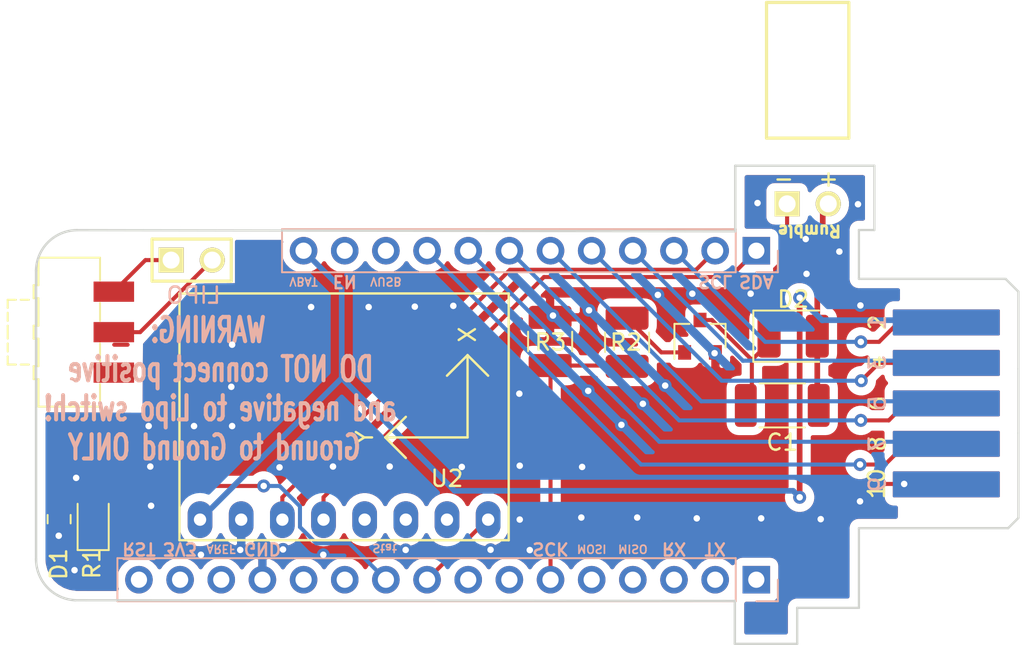
<source format=kicad_pcb>
(kicad_pcb (version 20171130) (host pcbnew "(5.1.9)-1")

  (general
    (thickness 1.6)
    (drawings 39)
    (tracks 139)
    (zones 0)
    (modules 14)
    (nets 19)
  )

  (page A4)
  (layers
    (0 F.Cu signal)
    (31 B.Cu signal)
    (32 B.Adhes user)
    (33 F.Adhes user hide)
    (34 B.Paste user)
    (35 F.Paste user)
    (36 B.SilkS user)
    (37 F.SilkS user)
    (38 B.Mask user)
    (39 F.Mask user hide)
    (40 Dwgs.User user hide)
    (41 Cmts.User user)
    (42 Eco1.User user hide)
    (43 Eco2.User user hide)
    (44 Edge.Cuts user)
    (45 Margin user)
    (46 B.CrtYd user hide)
    (47 F.CrtYd user hide)
    (48 B.Fab user)
    (49 F.Fab user hide)
  )

  (setup
    (last_trace_width 0.25)
    (trace_clearance 0.2)
    (zone_clearance 0.508)
    (zone_45_only no)
    (trace_min 0.2)
    (via_size 0.8)
    (via_drill 0.4)
    (via_min_size 0.4)
    (via_min_drill 0.3)
    (uvia_size 0.3)
    (uvia_drill 0.1)
    (uvias_allowed no)
    (uvia_min_size 0.2)
    (uvia_min_drill 0.1)
    (edge_width 0.15)
    (segment_width 0.2)
    (pcb_text_width 0.3)
    (pcb_text_size 1.5 1.5)
    (mod_edge_width 0.15)
    (mod_text_size 1 1)
    (mod_text_width 0.15)
    (pad_size 1.524 1.524)
    (pad_drill 0.762)
    (pad_to_mask_clearance 0.051)
    (solder_mask_min_width 0.25)
    (aux_axis_origin 0 0)
    (visible_elements 7FFFFFFF)
    (pcbplotparams
      (layerselection 0x010fc_ffffffff)
      (usegerberextensions false)
      (usegerberattributes false)
      (usegerberadvancedattributes false)
      (creategerberjobfile false)
      (excludeedgelayer true)
      (linewidth 0.100000)
      (plotframeref false)
      (viasonmask false)
      (mode 1)
      (useauxorigin false)
      (hpglpennumber 1)
      (hpglpenspeed 20)
      (hpglpendiameter 15.000000)
      (psnegative false)
      (psa4output false)
      (plotreference true)
      (plotvalue true)
      (plotinvisibletext false)
      (padsonsilk false)
      (subtractmaskfromsilk false)
      (outputformat 1)
      (mirror false)
      (drillshape 1)
      (scaleselection 1)
      (outputdirectory ""))
  )

  (net 0 "")
  (net 1 GND)
  (net 2 "Net-(D1-Pad2)")
  (net 3 SDA)
  (net 4 SCL)
  (net 5 VBAT)
  (net 6 D1)
  (net 7 D2)
  (net 8 D3)
  (net 9 TH)
  (net 10 TL)
  (net 11 TR)
  (net 12 D0)
  (net 13 BAT_GND)
  (net 14 "Net-(C1-Pad2)")
  (net 15 BatLED)
  (net 16 VibeOut)
  (net 17 "Net-(Q1-Pad1)")
  (net 18 INT)

  (net_class Default "This is the default net class."
    (clearance 0.2)
    (trace_width 0.25)
    (via_dia 0.8)
    (via_drill 0.4)
    (uvia_dia 0.3)
    (uvia_drill 0.1)
    (add_net BAT_GND)
    (add_net BatLED)
    (add_net D0)
    (add_net D1)
    (add_net D2)
    (add_net D3)
    (add_net GND)
    (add_net INT)
    (add_net "Net-(C1-Pad2)")
    (add_net "Net-(D1-Pad2)")
    (add_net "Net-(Q1-Pad1)")
    (add_net SCL)
    (add_net SDA)
    (add_net TH)
    (add_net TL)
    (add_net TR)
    (add_net VibeOut)
  )

  (net_class VBAT_Trace ""
    (clearance 0.2)
    (trace_width 0.35)
    (via_dia 0.8)
    (via_drill 0.4)
    (uvia_dia 0.3)
    (uvia_drill 0.1)
    (add_net VBAT)
  )

  (module Capacitor_SMD:C_2010_5025Metric (layer F.Cu) (tedit 5B301BBE) (tstamp 60DA472C)
    (at 71.45 36.225 180)
    (descr "Capacitor SMD 2010 (5025 Metric), square (rectangular) end terminal, IPC_7351 nominal, (Body size source: http://www.tortai-tech.com/upload/download/2011102023233369053.pdf), generated with kicad-footprint-generator")
    (tags capacitor)
    (path /60DAFBFF)
    (attr smd)
    (fp_text reference C1 (at 0 -2.28) (layer F.SilkS)
      (effects (font (size 1 1) (thickness 0.15)))
    )
    (fp_text value C_Small (at 0 2.28) (layer F.Fab)
      (effects (font (size 1 1) (thickness 0.15)))
    )
    (fp_line (start 3.18 1.58) (end -3.18 1.58) (layer F.CrtYd) (width 0.05))
    (fp_line (start 3.18 -1.58) (end 3.18 1.58) (layer F.CrtYd) (width 0.05))
    (fp_line (start -3.18 -1.58) (end 3.18 -1.58) (layer F.CrtYd) (width 0.05))
    (fp_line (start -3.18 1.58) (end -3.18 -1.58) (layer F.CrtYd) (width 0.05))
    (fp_line (start -1.402064 1.36) (end 1.402064 1.36) (layer F.SilkS) (width 0.12))
    (fp_line (start -1.402064 -1.36) (end 1.402064 -1.36) (layer F.SilkS) (width 0.12))
    (fp_line (start 2.5 1.25) (end -2.5 1.25) (layer F.Fab) (width 0.1))
    (fp_line (start 2.5 -1.25) (end 2.5 1.25) (layer F.Fab) (width 0.1))
    (fp_line (start -2.5 -1.25) (end 2.5 -1.25) (layer F.Fab) (width 0.1))
    (fp_line (start -2.5 1.25) (end -2.5 -1.25) (layer F.Fab) (width 0.1))
    (fp_text user %R (at 0 0) (layer F.Fab)
      (effects (font (size 1 1) (thickness 0.15)))
    )
    (pad 2 smd roundrect (at 2.25 0 180) (size 1.35 2.65) (layers F.Cu F.Paste F.Mask) (roundrect_rratio 0.185185)
      (net 14 "Net-(C1-Pad2)"))
    (pad 1 smd roundrect (at -2.25 0 180) (size 1.35 2.65) (layers F.Cu F.Paste F.Mask) (roundrect_rratio 0.185185)
      (net 5 VBAT))
    (model ${KISYS3DMOD}/Capacitor_SMD.3dshapes/C_2010_5025Metric.wrl
      (at (xyz 0 0 0))
      (scale (xyz 1 1 1))
      (rotate (xyz 0 0 0))
    )
  )

  (module z_Connector:HEADER1x2HF (layer F.Cu) (tedit 50B9F786) (tstamp 60DA5CE6)
    (at 71.75 23.775)
    (path /60DB50B9)
    (fp_text reference "-  +" (at 1.175 -1.575) (layer F.SilkS)
      (effects (font (size 1.00076 1.00076) (thickness 0.14986)))
    )
    (fp_text value HEADER-FEMALE-2POS-TH-1x02-JST-PH (at 1.27 0) (layer F.SilkS) hide
      (effects (font (size 0.50038 0.50038) (thickness 0.09906)))
    )
    (fp_line (start -1.27 -12.43838) (end -1.27 -4.05892) (layer Cmts.User) (width 0.19812))
    (fp_line (start 3.81 -12.43838) (end -1.27 -12.43838) (layer Cmts.User) (width 0.19812))
    (fp_line (start 3.81 -4.05892) (end 3.81 -12.43838) (layer Cmts.User) (width 0.19812))
    (fp_line (start -1.27 -4.05892) (end 3.81 -4.05892) (layer Cmts.User) (width 0.19812))
    (fp_line (start -1.27 -12.43838) (end -1.27 -4.05892) (layer F.SilkS) (width 0.19812))
    (fp_line (start 3.81 -12.43838) (end -1.27 -12.43838) (layer F.SilkS) (width 0.19812))
    (fp_line (start 3.81 -4.05892) (end 3.81 -12.43838) (layer F.SilkS) (width 0.19812))
    (fp_line (start -1.27 -4.05892) (end 3.81 -4.05892) (layer F.SilkS) (width 0.19812))
    (fp_line (start -1.37922 -1.14046) (end -1.37922 -12.53998) (layer F.CrtYd) (width 0.09906))
    (fp_line (start 3.91922 -1.14046) (end -1.37922 -1.14046) (layer F.CrtYd) (width 0.09906))
    (fp_line (start 3.91922 -12.53998) (end 3.91922 -1.14046) (layer F.CrtYd) (width 0.09906))
    (fp_line (start -1.37922 -12.53998) (end 3.91922 -12.53998) (layer F.CrtYd) (width 0.09906))
    (pad 2 thru_hole circle (at 2.54 0) (size 1.5494 1.5494) (drill 1.04902) (layers *.Cu *.Mask F.SilkS)
      (net 5 VBAT))
    (pad 1 thru_hole rect (at 0 0) (size 1.5494 1.5494) (drill 1.04902) (layers *.Cu *.Mask F.SilkS)
      (net 14 "Net-(C1-Pad2)"))
  )

  (module Resistor_SMD:R_1210_3225Metric_Pad1.42x2.65mm_HandSolder (layer F.Cu) (tedit 5B301BBD) (tstamp 60DA5DA2)
    (at 57.125 32.275 270)
    (descr "Resistor SMD 1210 (3225 Metric), square (rectangular) end terminal, IPC_7351 nominal with elongated pad for handsoldering. (Body size source: http://www.tortai-tech.com/upload/download/2011102023233369053.pdf), generated with kicad-footprint-generator")
    (tags "resistor handsolder")
    (path /60DC4F10)
    (attr smd)
    (fp_text reference R3 (at 0.05 -0.025 180) (layer F.SilkS)
      (effects (font (size 1 1) (thickness 0.15)))
    )
    (fp_text value R_Small (at 0 2.28 90) (layer F.Fab)
      (effects (font (size 1 1) (thickness 0.15)))
    )
    (fp_line (start 2.45 1.58) (end -2.45 1.58) (layer F.CrtYd) (width 0.05))
    (fp_line (start 2.45 -1.58) (end 2.45 1.58) (layer F.CrtYd) (width 0.05))
    (fp_line (start -2.45 -1.58) (end 2.45 -1.58) (layer F.CrtYd) (width 0.05))
    (fp_line (start -2.45 1.58) (end -2.45 -1.58) (layer F.CrtYd) (width 0.05))
    (fp_line (start -0.602064 1.36) (end 0.602064 1.36) (layer F.SilkS) (width 0.12))
    (fp_line (start -0.602064 -1.36) (end 0.602064 -1.36) (layer F.SilkS) (width 0.12))
    (fp_line (start 1.6 1.25) (end -1.6 1.25) (layer F.Fab) (width 0.1))
    (fp_line (start 1.6 -1.25) (end 1.6 1.25) (layer F.Fab) (width 0.1))
    (fp_line (start -1.6 -1.25) (end 1.6 -1.25) (layer F.Fab) (width 0.1))
    (fp_line (start -1.6 1.25) (end -1.6 -1.25) (layer F.Fab) (width 0.1))
    (fp_text user %R (at 0 0 90) (layer F.Fab)
      (effects (font (size 0.8 0.8) (thickness 0.12)))
    )
    (pad 2 smd roundrect (at 1.4875 0 270) (size 1.425 2.65) (layers F.Cu F.Paste F.Mask) (roundrect_rratio 0.175439)
      (net 16 VibeOut))
    (pad 1 smd roundrect (at -1.4875 0 270) (size 1.425 2.65) (layers F.Cu F.Paste F.Mask) (roundrect_rratio 0.175439)
      (net 1 GND))
    (model ${KISYS3DMOD}/Resistor_SMD.3dshapes/R_1210_3225Metric.wrl
      (at (xyz 0 0 0))
      (scale (xyz 1 1 1))
      (rotate (xyz 0 0 0))
    )
  )

  (module Resistor_SMD:R_1210_3225Metric_Pad1.42x2.65mm_HandSolder (layer F.Cu) (tedit 5B301BBD) (tstamp 60DA48D5)
    (at 61.875 32.325 90)
    (descr "Resistor SMD 1210 (3225 Metric), square (rectangular) end terminal, IPC_7351 nominal with elongated pad for handsoldering. (Body size source: http://www.tortai-tech.com/upload/download/2011102023233369053.pdf), generated with kicad-footprint-generator")
    (tags "resistor handsolder")
    (path /60DB87CB)
    (attr smd)
    (fp_text reference R2 (at 0 -0.075 180) (layer F.SilkS)
      (effects (font (size 1 1) (thickness 0.15)))
    )
    (fp_text value R_Small (at 0 2.28 90) (layer F.Fab) hide
      (effects (font (size 1 1) (thickness 0.15)))
    )
    (fp_line (start 2.45 1.58) (end -2.45 1.58) (layer F.CrtYd) (width 0.05))
    (fp_line (start 2.45 -1.58) (end 2.45 1.58) (layer F.CrtYd) (width 0.05))
    (fp_line (start -2.45 -1.58) (end 2.45 -1.58) (layer F.CrtYd) (width 0.05))
    (fp_line (start -2.45 1.58) (end -2.45 -1.58) (layer F.CrtYd) (width 0.05))
    (fp_line (start -0.602064 1.36) (end 0.602064 1.36) (layer F.SilkS) (width 0.12))
    (fp_line (start -0.602064 -1.36) (end 0.602064 -1.36) (layer F.SilkS) (width 0.12))
    (fp_line (start 1.6 1.25) (end -1.6 1.25) (layer F.Fab) (width 0.1))
    (fp_line (start 1.6 -1.25) (end 1.6 1.25) (layer F.Fab) (width 0.1))
    (fp_line (start -1.6 -1.25) (end 1.6 -1.25) (layer F.Fab) (width 0.1))
    (fp_line (start -1.6 1.25) (end -1.6 -1.25) (layer F.Fab) (width 0.1))
    (fp_text user %R (at 0 0 90) (layer F.Fab)
      (effects (font (size 0.8 0.8) (thickness 0.12)))
    )
    (pad 2 smd roundrect (at 1.4875 0 90) (size 1.425 2.65) (layers F.Cu F.Paste F.Mask) (roundrect_rratio 0.175439)
      (net 17 "Net-(Q1-Pad1)"))
    (pad 1 smd roundrect (at -1.4875 0 90) (size 1.425 2.65) (layers F.Cu F.Paste F.Mask) (roundrect_rratio 0.175439)
      (net 16 VibeOut))
    (model ${KISYS3DMOD}/Resistor_SMD.3dshapes/R_1210_3225Metric.wrl
      (at (xyz 0 0 0))
      (scale (xyz 1 1 1))
      (rotate (xyz 0 0 0))
    )
  )

  (module Package_TO_SOT_SMD:SOT-23 (layer F.Cu) (tedit 5A02FF57) (tstamp 60DA5D5D)
    (at 66.375 31.95 90)
    (descr "SOT-23, Standard")
    (tags SOT-23)
    (path /60DAFC4A)
    (attr smd)
    (fp_text reference Q1 (at -4.425 -4.25 90) (layer F.SilkS) hide
      (effects (font (size 1 1) (thickness 0.15)))
    )
    (fp_text value 2N7002 (at 0 2.5 90) (layer F.Fab)
      (effects (font (size 1 1) (thickness 0.15)))
    )
    (fp_line (start 0.76 1.58) (end -0.7 1.58) (layer F.SilkS) (width 0.12))
    (fp_line (start 0.76 -1.58) (end -1.4 -1.58) (layer F.SilkS) (width 0.12))
    (fp_line (start -1.7 1.75) (end -1.7 -1.75) (layer F.CrtYd) (width 0.05))
    (fp_line (start 1.7 1.75) (end -1.7 1.75) (layer F.CrtYd) (width 0.05))
    (fp_line (start 1.7 -1.75) (end 1.7 1.75) (layer F.CrtYd) (width 0.05))
    (fp_line (start -1.7 -1.75) (end 1.7 -1.75) (layer F.CrtYd) (width 0.05))
    (fp_line (start 0.76 -1.58) (end 0.76 -0.65) (layer F.SilkS) (width 0.12))
    (fp_line (start 0.76 1.58) (end 0.76 0.65) (layer F.SilkS) (width 0.12))
    (fp_line (start -0.7 1.52) (end 0.7 1.52) (layer F.Fab) (width 0.1))
    (fp_line (start 0.7 -1.52) (end 0.7 1.52) (layer F.Fab) (width 0.1))
    (fp_line (start -0.7 -0.95) (end -0.15 -1.52) (layer F.Fab) (width 0.1))
    (fp_line (start -0.15 -1.52) (end 0.7 -1.52) (layer F.Fab) (width 0.1))
    (fp_line (start -0.7 -0.95) (end -0.7 1.5) (layer F.Fab) (width 0.1))
    (fp_text user %R (at 0 0) (layer F.Fab)
      (effects (font (size 0.5 0.5) (thickness 0.075)))
    )
    (pad 3 smd rect (at 1 0 90) (size 0.9 0.8) (layers F.Cu F.Paste F.Mask)
      (net 14 "Net-(C1-Pad2)"))
    (pad 2 smd rect (at -1 0.95 90) (size 0.9 0.8) (layers F.Cu F.Paste F.Mask)
      (net 1 GND))
    (pad 1 smd rect (at -1 -0.95 90) (size 0.9 0.8) (layers F.Cu F.Paste F.Mask)
      (net 17 "Net-(Q1-Pad1)"))
    (model ${KISYS3DMOD}/Package_TO_SOT_SMD.3dshapes/SOT-23.wrl
      (at (xyz 0 0 0))
      (scale (xyz 1 1 1))
      (rotate (xyz 0 0 0))
    )
  )

  (module Diode_SMD:D_1210_3225Metric_Pad1.42x2.65mm_HandSolder (layer F.Cu) (tedit 5B4B45C8) (tstamp 60DA476B)
    (at 72.125 31.95)
    (descr "Diode SMD 1210 (3225 Metric), square (rectangular) end terminal, IPC_7351 nominal, (Body size source: http://www.tortai-tech.com/upload/download/2011102023233369053.pdf), generated with kicad-footprint-generator")
    (tags "diode handsolder")
    (path /60DA9434)
    (attr smd)
    (fp_text reference D2 (at 0 -2.28) (layer F.SilkS)
      (effects (font (size 1 1) (thickness 0.15)))
    )
    (fp_text value DIODE (at 0 2.28) (layer F.Fab)
      (effects (font (size 1 1) (thickness 0.15)))
    )
    (fp_line (start 2.45 1.58) (end -2.45 1.58) (layer F.CrtYd) (width 0.05))
    (fp_line (start 2.45 -1.58) (end 2.45 1.58) (layer F.CrtYd) (width 0.05))
    (fp_line (start -2.45 -1.58) (end 2.45 -1.58) (layer F.CrtYd) (width 0.05))
    (fp_line (start -2.45 1.58) (end -2.45 -1.58) (layer F.CrtYd) (width 0.05))
    (fp_line (start -2.46 1.585) (end 1.6 1.585) (layer F.SilkS) (width 0.12))
    (fp_line (start -2.46 -1.585) (end -2.46 1.585) (layer F.SilkS) (width 0.12))
    (fp_line (start 1.6 -1.585) (end -2.46 -1.585) (layer F.SilkS) (width 0.12))
    (fp_line (start 1.6 1.25) (end 1.6 -1.25) (layer F.Fab) (width 0.1))
    (fp_line (start -1.6 1.25) (end 1.6 1.25) (layer F.Fab) (width 0.1))
    (fp_line (start -1.6 -0.625) (end -1.6 1.25) (layer F.Fab) (width 0.1))
    (fp_line (start -0.975 -1.25) (end -1.6 -0.625) (layer F.Fab) (width 0.1))
    (fp_line (start 1.6 -1.25) (end -0.975 -1.25) (layer F.Fab) (width 0.1))
    (fp_text user %R (at 0 0) (layer F.Fab)
      (effects (font (size 0.8 0.8) (thickness 0.12)))
    )
    (pad 2 smd roundrect (at 1.4875 0) (size 1.425 2.65) (layers F.Cu F.Paste F.Mask) (roundrect_rratio 0.175439)
      (net 5 VBAT))
    (pad 1 smd roundrect (at -1.4875 0) (size 1.425 2.65) (layers F.Cu F.Paste F.Mask) (roundrect_rratio 0.175439)
      (net 14 "Net-(C1-Pad2)"))
    (model ${KISYS3DMOD}/Diode_SMD.3dshapes/D_1210_3225Metric.wrl
      (at (xyz 0 0 0))
      (scale (xyz 1 1 1))
      (rotate (xyz 0 0 0))
    )
  )

  (module footprints:GY-521 (layer F.Cu) (tedit 5B1B7D6D) (tstamp 60CD3E28)
    (at 34.25 44.55)
    (path /60CA7EE5)
    (fp_text reference U2 (at 16.51 -3.81) (layer F.SilkS)
      (effects (font (size 1 1) (thickness 0.15)))
    )
    (fp_text value GY-521 (at 3.81 -12.7) (layer F.Fab)
      (effects (font (size 1 1) (thickness 0.15)))
    )
    (fp_line (start 0 -15.24) (end 20.32 -15.24) (layer F.SilkS) (width 0.15))
    (fp_line (start 20.32 -15.24) (end 20.32 0) (layer F.SilkS) (width 0.15))
    (fp_line (start 20.32 0) (end 0 0) (layer F.SilkS) (width 0.15))
    (fp_line (start 0 0) (end 0 -15.24) (layer F.SilkS) (width 0.15))
    (fp_line (start 13.97 -7.62) (end 12.7 -6.35) (layer F.SilkS) (width 0.15))
    (fp_line (start 12.7 -6.35) (end 13.97 -5.08) (layer F.SilkS) (width 0.15))
    (fp_line (start 17.78 -6.35) (end 12.7 -6.35) (layer F.SilkS) (width 0.15))
    (fp_line (start 17.78 -11.43) (end 17.78 -6.35) (layer F.SilkS) (width 0.15))
    (fp_line (start 16.51 -10.16) (end 17.78 -11.43) (layer F.SilkS) (width 0.15))
    (fp_line (start 17.78 -11.43) (end 19.05 -10.16) (layer F.SilkS) (width 0.15))
    (fp_text user X (at 17.78 -12.7 90) (layer F.SilkS)
      (effects (font (size 1 1) (thickness 0.15)))
    )
    (fp_text user Y (at 11.43 -6.35 -90) (layer F.SilkS)
      (effects (font (size 1 1) (thickness 0.15)))
    )
    (pad 8 thru_hole oval (at 19.05 -1.27) (size 1.524 2.268) (drill 0.762) (layers *.Cu *.Mask)
      (net 18 INT))
    (pad 7 thru_hole oval (at 16.51 -1.27) (size 1.524 2.268) (drill 0.762) (layers *.Cu *.Mask))
    (pad 6 thru_hole oval (at 13.97 -1.27) (size 1.524 2.268) (drill 0.762) (layers *.Cu *.Mask))
    (pad 5 thru_hole oval (at 11.43 -1.27) (size 1.524 2.268) (drill 0.762) (layers *.Cu *.Mask))
    (pad 4 thru_hole oval (at 8.89 -1.27) (size 1.524 2.268) (drill 0.762) (layers *.Cu *.Mask)
      (net 3 SDA))
    (pad 3 thru_hole oval (at 6.35 -1.27) (size 1.524 2.268) (drill 0.762) (layers *.Cu *.Mask)
      (net 4 SCL))
    (pad 2 thru_hole oval (at 3.81 -1.27) (size 1.524 2.268) (drill 0.762) (layers *.Cu *.Mask)
      (net 1 GND))
    (pad 1 thru_hole oval (at 1.27 -1.27) (size 1.524 2.268) (drill 0.762) (layers *.Cu *.Mask)
      (net 5 VBAT))
  )

  (module Wickerlib:Saturn_Controller_Pinout_2 (layer B.Cu) (tedit 60CDA819) (tstamp 60CD3E10)
    (at 77.325 30.85 270)
    (path /60C7AEF3)
    (fp_text reference U1 (at -0.825 4.025 270) (layer B.SilkS) hide
      (effects (font (size 1 1) (thickness 0.15)) (justify mirror))
    )
    (fp_text value Saturn_3D_Pinout (at 5.425 1.575 270) (layer B.Fab)
      (effects (font (size 1 1) (thickness 0.15)) (justify mirror))
    )
    (fp_text user 1 (at 0.25 0 270) (layer B.SilkS)
      (effects (font (size 1 1) (thickness 0.15)) (justify mirror))
    )
    (fp_text user 3 (at 2.75 0 270) (layer B.SilkS)
      (effects (font (size 1 1) (thickness 0.15)) (justify mirror))
    )
    (fp_text user 5 (at 5.25 0 270) (layer B.SilkS)
      (effects (font (size 1 1) (thickness 0.15)) (justify mirror))
    )
    (fp_text user 7 (at 7.75 0 270) (layer B.SilkS)
      (effects (font (size 1 1) (thickness 0.15)) (justify mirror))
    )
    (fp_text user 9 (at 10.25 0 270) (layer B.SilkS)
      (effects (font (size 1 1) (thickness 0.15)) (justify mirror))
    )
    (fp_text user 2 (at 0.25 0 270) (layer F.SilkS)
      (effects (font (size 1 1) (thickness 0.15)))
    )
    (fp_text user 4 (at 2.75 0 270) (layer F.SilkS)
      (effects (font (size 1 1) (thickness 0.15)))
    )
    (fp_text user 6 (at 5.25 0 270) (layer F.SilkS)
      (effects (font (size 1 1) (thickness 0.15)))
    )
    (fp_text user 8 (at 7.75 0 270) (layer F.SilkS)
      (effects (font (size 1 1) (thickness 0.15)))
    )
    (fp_text user 10 (at 10.2 0.05 270) (layer F.SilkS)
      (effects (font (size 1 1) (thickness 0.15)))
    )
    (pad 9 smd custom (at 10.25 -1.75 270) (size 1.524 1.524) (layers B.Cu B.Paste B.Mask)
      (net 1 GND)
      (options (clearance outline) (anchor circle))
      (primitives
        (gr_poly (pts
           (xy 0.75 -5.75) (xy -0.75 -5.75) (xy -0.75 0.75) (xy 0.75 0.75)) (width 0.1))
      ))
    (pad 7 smd custom (at 7.75 -1.75 270) (size 1.524 1.524) (layers B.Cu B.Paste B.Mask)
      (net 8 D3)
      (options (clearance outline) (anchor circle))
      (primitives
        (gr_poly (pts
           (xy 0.75 -5.75) (xy -0.75 -5.75) (xy -0.75 0.75) (xy 0.75 0.75)) (width 0.1))
      ))
    (pad 5 smd custom (at 5.25 -1.75 270) (size 1.524 1.524) (layers B.Cu B.Paste B.Mask)
      (net 11 TR)
      (options (clearance outline) (anchor circle))
      (primitives
        (gr_poly (pts
           (xy 0.75 -5.75) (xy -0.75 -5.75) (xy -0.75 0.75) (xy 0.75 0.75)) (width 0.1))
      ))
    (pad 3 smd custom (at 2.75 -1.75 270) (size 1.524 1.524) (layers B.Cu B.Paste B.Mask)
      (net 12 D0)
      (options (clearance outline) (anchor circle))
      (primitives
        (gr_poly (pts
           (xy 0.75 -5.75) (xy -0.75 -5.75) (xy -0.75 0.75) (xy 0.75 0.75)) (width 0.1))
      ))
    (pad 1 smd custom (at 0.25 -1.75 270) (size 1.524 1.524) (layers B.Cu B.Paste B.Mask)
      (net 5 VBAT)
      (options (clearance outline) (anchor circle))
      (primitives
        (gr_poly (pts
           (xy 0.75 -5.75) (xy -0.75 -5.75) (xy -0.75 0.75) (xy 0.75 0.75)) (width 0.1))
      ))
    (pad 2 smd custom (at 0.25 -1.75 270) (size 1.524 1.524) (layers F.Cu F.Paste F.Mask)
      (net 6 D1) (zone_connect 0)
      (options (clearance outline) (anchor circle))
      (primitives
        (gr_poly (pts
           (xy 0.75 -5.75) (xy -0.75 -5.75) (xy -0.75 0.75) (xy 0.75 0.75)) (width 0.1))
      ))
    (pad 4 smd custom (at 2.75 -1.75 270) (size 1.524 1.524) (layers F.Cu F.Paste F.Mask)
      (net 9 TH) (zone_connect 0)
      (options (clearance outline) (anchor circle))
      (primitives
        (gr_poly (pts
           (xy 0.75 -5.75) (xy -0.75 -5.75) (xy -0.75 0.75) (xy 0.75 0.75)) (width 0.1))
      ))
    (pad 6 smd custom (at 5.25 -1.75 270) (size 1.524 1.524) (layers F.Cu F.Paste F.Mask)
      (net 10 TL) (zone_connect 0)
      (options (clearance outline) (anchor circle))
      (primitives
        (gr_poly (pts
           (xy 0.75 -5.75) (xy -0.75 -5.75) (xy -0.75 0.75) (xy 0.75 0.75)) (width 0.1))
      ))
    (pad 8 smd custom (at 7.75 -1.75 270) (size 1.524 1.524) (layers F.Cu F.Paste F.Mask)
      (net 7 D2) (zone_connect 0)
      (options (clearance outline) (anchor circle))
      (primitives
        (gr_poly (pts
           (xy 0.75 -5.75) (xy -0.75 -5.75) (xy -0.75 0.75) (xy 0.75 0.75)) (width 0.1))
      ))
    (pad 10 smd custom (at 10.25 -1.75 270) (size 1.524 1.524) (layers F.Cu F.Paste F.Mask)
      (net 1 GND) (zone_connect 0)
      (options (clearance outline) (anchor circle))
      (primitives
        (gr_poly (pts
           (xy 0.75 -5.75) (xy -0.75 -5.75) (xy -0.75 0.75) (xy 0.75 0.75)) (width 0.1))
      ))
  )

  (module Button_Switch_SMD:SW_SPDT_CK-JS102011SAQN (layer F.Cu) (tedit 5A02FC95) (tstamp 60CD3DF8)
    (at 27.45 31.7 270)
    (descr http://www.ckswitches.com/media/1422/js.pdf)
    (tags "switch spdt")
    (path /60C0C87C)
    (attr smd)
    (fp_text reference SW1 (at 0 -4.8 270) (layer F.SilkS) hide
      (effects (font (size 1 1) (thickness 0.15)))
    )
    (fp_text value Power (at 0 -2.9 270) (layer F.Fab)
      (effects (font (size 1 1) (thickness 0.15)))
    )
    (fp_line (start -4.5 -1.8) (end 4.5 -1.8) (layer F.Fab) (width 0.1))
    (fp_line (start 4.5 -1.8) (end 4.5 1.8) (layer F.Fab) (width 0.1))
    (fp_line (start 4.5 1.8) (end -4.4 1.8) (layer F.Fab) (width 0.1))
    (fp_line (start -4.4 1.8) (end -4.5 1.8) (layer F.Fab) (width 0.1))
    (fp_line (start -4.5 1.8) (end -4.5 1.8) (layer F.Fab) (width 0.1))
    (fp_line (start -4.5 -1.8) (end -4.5 1.8) (layer F.Fab) (width 0.1))
    (fp_line (start -4.5 1.8) (end -4.5 1.8) (layer F.Fab) (width 0.1))
    (fp_line (start -1.5 1.8) (end -1.5 1.8) (layer F.Fab) (width 0.1))
    (fp_line (start 3.2 -1.9) (end 4.6 -1.9) (layer F.SilkS) (width 0.12))
    (fp_line (start 4.6 -1.9) (end 4.6 1.9) (layer F.SilkS) (width 0.12))
    (fp_line (start -4.6 1.9) (end -4.6 -1.9) (layer F.SilkS) (width 0.12))
    (fp_line (start -4.6 -1.9) (end -3.2 -1.9) (layer F.SilkS) (width 0.12))
    (fp_line (start 1.8 -1.9) (end 0.7 -1.9) (layer F.SilkS) (width 0.12))
    (fp_line (start 0.7 -1.9) (end 0.7 -1.9) (layer F.SilkS) (width 0.12))
    (fp_line (start -0.7 -1.9) (end -1.8 -1.9) (layer F.SilkS) (width 0.12))
    (fp_line (start -1.8 -1.9) (end -1.8 -1.9) (layer F.SilkS) (width 0.12))
    (fp_line (start 0.3 1.8) (end 0.3 2.1) (layer F.Fab) (width 0.1))
    (fp_line (start 0.3 2.1) (end -0.3 2.1) (layer F.Fab) (width 0.1))
    (fp_line (start -0.3 2.1) (end -0.3 1.8) (layer F.Fab) (width 0.1))
    (fp_line (start -0.3 1.8) (end -0.3 1.8) (layer F.Fab) (width 0.1))
    (fp_line (start -2.2 1.8) (end -2.2 2.1) (layer F.Fab) (width 0.1))
    (fp_line (start -2.2 2.1) (end -2.8 2.1) (layer F.Fab) (width 0.1))
    (fp_line (start -2.8 2.1) (end -2.8 1.8) (layer F.Fab) (width 0.1))
    (fp_line (start -2.8 1.8) (end -2.8 1.8) (layer F.Fab) (width 0.1))
    (fp_line (start 2.2 1.8) (end 2.2 2.1) (layer F.Fab) (width 0.1))
    (fp_line (start 2.2 2.1) (end 2.8 2.1) (layer F.Fab) (width 0.1))
    (fp_line (start 2.8 2.1) (end 2.8 1.8) (layer F.Fab) (width 0.1))
    (fp_line (start 2.8 1.8) (end 2.8 1.8) (layer F.Fab) (width 0.1))
    (fp_line (start 4.6 1.9) (end 2.9 1.9) (layer F.SilkS) (width 0.12))
    (fp_line (start 2.9 1.9) (end 2.9 2.2) (layer F.SilkS) (width 0.12))
    (fp_line (start 2.9 2.2) (end 2.1 2.2) (layer F.SilkS) (width 0.12))
    (fp_line (start 2.1 2.2) (end 2.1 1.9) (layer F.SilkS) (width 0.12))
    (fp_line (start 2.1 1.9) (end 0.4 1.9) (layer F.SilkS) (width 0.12))
    (fp_line (start 0.4 1.9) (end 0.4 2.2) (layer F.SilkS) (width 0.12))
    (fp_line (start 0.4 2.2) (end -0.4 2.2) (layer F.SilkS) (width 0.12))
    (fp_line (start -0.4 2.2) (end -0.4 1.9) (layer F.SilkS) (width 0.12))
    (fp_line (start -0.4 1.9) (end -2.1 1.9) (layer F.SilkS) (width 0.12))
    (fp_line (start -2.1 1.9) (end -2.1 2.2) (layer F.SilkS) (width 0.12))
    (fp_line (start -2.1 2.2) (end -2.9 2.2) (layer F.SilkS) (width 0.12))
    (fp_line (start -2.9 2.2) (end -2.9 1.9) (layer F.SilkS) (width 0.12))
    (fp_line (start -2.9 1.9) (end -4.6 1.9) (layer F.SilkS) (width 0.12))
    (fp_line (start -4.6 1.9) (end -4.6 1.9) (layer F.SilkS) (width 0.12))
    (fp_line (start -0.5 1.8) (end -0.5 3.8) (layer F.Fab) (width 0.1))
    (fp_line (start -0.5 3.8) (end -2 3.8) (layer F.Fab) (width 0.1))
    (fp_line (start -2 3.8) (end -2 1.8) (layer F.Fab) (width 0.1))
    (fp_line (start -2 1.8) (end -2 1.8) (layer F.Fab) (width 0.1))
    (fp_line (start -5 -2.25) (end -5 2.25) (layer F.CrtYd) (width 0.05))
    (fp_line (start -5 2.25) (end -3.25 2.25) (layer F.CrtYd) (width 0.05))
    (fp_line (start -3.25 2.25) (end -3.25 2.75) (layer F.CrtYd) (width 0.05))
    (fp_line (start -3.25 2.75) (end -2.5 2.75) (layer F.CrtYd) (width 0.05))
    (fp_line (start -2.5 2.75) (end -2.5 4.25) (layer F.CrtYd) (width 0.05))
    (fp_line (start -2.5 4.25) (end 2.5 4.25) (layer F.CrtYd) (width 0.05))
    (fp_line (start 2.5 4.25) (end 2.5 2.5) (layer F.CrtYd) (width 0.05))
    (fp_line (start 2.5 2.5) (end 3.25 2.5) (layer F.CrtYd) (width 0.05))
    (fp_line (start 3.25 2.5) (end 3.25 2.25) (layer F.CrtYd) (width 0.05))
    (fp_line (start 3.25 2.25) (end 5 2.25) (layer F.CrtYd) (width 0.05))
    (fp_line (start 5 2.25) (end 5 -2.25) (layer F.CrtYd) (width 0.05))
    (fp_line (start 5 -2.25) (end 3.5 -2.25) (layer F.CrtYd) (width 0.05))
    (fp_line (start 3.5 -2.25) (end 3.5 -4.5) (layer F.CrtYd) (width 0.05))
    (fp_line (start 3.5 -4.5) (end -3.5 -4.5) (layer F.CrtYd) (width 0.05))
    (fp_line (start -3.5 -4.5) (end -3.5 -2.25) (layer F.CrtYd) (width 0.05))
    (fp_line (start -3.5 -2.25) (end -5 -2.25) (layer F.CrtYd) (width 0.05))
    (fp_line (start -5 -2.25) (end -5 -2.25) (layer F.CrtYd) (width 0.05))
    (fp_line (start -2 3.8) (end -2 3.3) (layer F.SilkS) (width 0.12))
    (fp_line (start -2 3.3) (end -2 3.3) (layer F.SilkS) (width 0.12))
    (fp_line (start -2 3.8) (end -1.5 3.8) (layer F.SilkS) (width 0.12))
    (fp_line (start -1.5 3.8) (end -1.5 3.8) (layer F.SilkS) (width 0.12))
    (fp_line (start 2 3.8) (end 1.5 3.8) (layer F.SilkS) (width 0.12))
    (fp_line (start 1.5 3.8) (end 1.5 3.8) (layer F.SilkS) (width 0.12))
    (fp_line (start 2 3.8) (end 2 3.3) (layer F.SilkS) (width 0.12))
    (fp_line (start 2 3.3) (end 2 3.3) (layer F.SilkS) (width 0.12))
    (fp_line (start 2 3) (end 2 2.5) (layer F.SilkS) (width 0.12))
    (fp_line (start 2 2.5) (end 2 2.5) (layer F.SilkS) (width 0.12))
    (fp_line (start -2 3) (end -2 2.5) (layer F.SilkS) (width 0.12))
    (fp_line (start -2 2.5) (end -2 2.5) (layer F.SilkS) (width 0.12))
    (fp_line (start -1.2 3.8) (end -0.7 3.8) (layer F.SilkS) (width 0.12))
    (fp_line (start -0.7 3.8) (end -0.7 3.8) (layer F.SilkS) (width 0.12))
    (fp_line (start 1.2 3.8) (end 0.7 3.8) (layer F.SilkS) (width 0.12))
    (fp_line (start 0.7 3.8) (end 0.7 3.8) (layer F.SilkS) (width 0.12))
    (fp_line (start 0.4 3.8) (end -0.4 3.8) (layer F.SilkS) (width 0.12))
    (fp_line (start -0.4 3.8) (end -0.4 3.8) (layer F.SilkS) (width 0.12))
    (fp_text user %R (at 0 0 270) (layer F.Fab)
      (effects (font (size 1 1) (thickness 0.15)))
    )
    (pad "" np_thru_hole circle (at 3.4 0 270) (size 0.9 0.9) (drill 0.9) (layers *.Cu *.Mask))
    (pad "" np_thru_hole circle (at -3.4 0 270) (size 0.9 0.9) (drill 0.9) (layers *.Cu *.Mask))
    (pad 3 smd rect (at 2.5 -2.75 270) (size 1.25 2.5) (layers F.Cu F.Paste F.Mask))
    (pad 2 smd rect (at 0 -2.75 270) (size 1.25 2.5) (layers F.Cu F.Paste F.Mask)
      (net 13 BAT_GND))
    (pad 1 smd rect (at -2.5 -2.75 270) (size 1.25 2.5) (layers F.Cu F.Paste F.Mask)
      (net 13 BAT_GND))
    (model ${KISYS3DMOD}/Button_Switch_SMD.3dshapes/SW_SPDT_CK-JS102011SAQN.wrl
      (at (xyz 0 0 0))
      (scale (xyz 1 1 1))
      (rotate (xyz 0 0 0))
    )
  )

  (module LED_SMD:LED_0805_2012Metric_Pad1.15x1.40mm_HandSolder (layer F.Cu) (tedit 5B4B45C9) (tstamp 60CD3D9D)
    (at 28.925 43.3 90)
    (descr "LED SMD 0805 (2012 Metric), square (rectangular) end terminal, IPC_7351 nominal, (Body size source: https://docs.google.com/spreadsheets/d/1BsfQQcO9C6DZCsRaXUlFlo91Tg2WpOkGARC1WS5S8t0/edit?usp=sharing), generated with kicad-footprint-generator")
    (tags "LED handsolder")
    (path /60C2C0B7)
    (attr smd)
    (fp_text reference R1 (at -2.675 -0.075 90) (layer F.SilkS)
      (effects (font (size 1 1) (thickness 0.15)))
    )
    (fp_text value R_Small (at 0 1.65 90) (layer F.Fab)
      (effects (font (size 1 1) (thickness 0.15)))
    )
    (fp_line (start 1 -0.6) (end -0.7 -0.6) (layer F.Fab) (width 0.1))
    (fp_line (start -0.7 -0.6) (end -1 -0.3) (layer F.Fab) (width 0.1))
    (fp_line (start -1 -0.3) (end -1 0.6) (layer F.Fab) (width 0.1))
    (fp_line (start -1 0.6) (end 1 0.6) (layer F.Fab) (width 0.1))
    (fp_line (start 1 0.6) (end 1 -0.6) (layer F.Fab) (width 0.1))
    (fp_line (start 1 -0.96) (end -1.86 -0.96) (layer F.SilkS) (width 0.12))
    (fp_line (start -1.86 -0.96) (end -1.86 0.96) (layer F.SilkS) (width 0.12))
    (fp_line (start -1.86 0.96) (end 1 0.96) (layer F.SilkS) (width 0.12))
    (fp_line (start -1.85 0.95) (end -1.85 -0.95) (layer F.CrtYd) (width 0.05))
    (fp_line (start -1.85 -0.95) (end 1.85 -0.95) (layer F.CrtYd) (width 0.05))
    (fp_line (start 1.85 -0.95) (end 1.85 0.95) (layer F.CrtYd) (width 0.05))
    (fp_line (start 1.85 0.95) (end -1.85 0.95) (layer F.CrtYd) (width 0.05))
    (fp_text user %R (at -0.15 -0.05 90) (layer F.Fab)
      (effects (font (size 0.5 0.5) (thickness 0.08)))
    )
    (pad 2 smd roundrect (at 1.025 0 90) (size 1.15 1.4) (layers F.Cu F.Paste F.Mask) (roundrect_rratio 0.217391)
      (net 15 BatLED))
    (pad 1 smd roundrect (at -1.025 0 90) (size 1.15 1.4) (layers F.Cu F.Paste F.Mask) (roundrect_rratio 0.217391)
      (net 2 "Net-(D1-Pad2)"))
    (model ${KISYS3DMOD}/LED_SMD.3dshapes/LED_0805_2012Metric.wrl
      (at (xyz 0 0 0))
      (scale (xyz 1 1 1))
      (rotate (xyz 0 0 0))
    )
  )

  (module z_Connector:HEADER1x2V (layer F.Cu) (tedit 50B9F786) (tstamp 60CD3D36)
    (at 33.735 27.25)
    (path /60D169A6)
    (fp_text reference LIPO (at 1.39 2.175) (layer B.SilkS)
      (effects (font (size 1.00076 1.00076) (thickness 0.14986)) (justify mirror))
    )
    (fp_text value HEADER1X2 (at 1.265 1.925) (layer F.SilkS) hide
      (effects (font (size 0.50038 0.50038) (thickness 0.09906)))
    )
    (fp_line (start -1.37922 1.39954) (end 3.91922 1.39954) (layer F.CrtYd) (width 0.09906))
    (fp_line (start 3.91922 1.39954) (end 3.91922 -1.39954) (layer F.CrtYd) (width 0.09906))
    (fp_line (start 3.91922 -1.39954) (end -1.37922 -1.39954) (layer F.CrtYd) (width 0.09906))
    (fp_line (start -1.37922 -1.39954) (end -1.37922 1.39954) (layer F.CrtYd) (width 0.09906))
    (fp_line (start -1.17348 1.29794) (end 3.71348 1.29794) (layer F.SilkS) (width 0.19812))
    (fp_line (start 3.71348 1.29794) (end 3.71348 -1.29794) (layer F.SilkS) (width 0.19812))
    (fp_line (start 3.71348 -1.29794) (end -1.17348 -1.29794) (layer F.SilkS) (width 0.19812))
    (fp_line (start -1.17348 -1.29794) (end -1.17348 1.29794) (layer F.SilkS) (width 0.19812))
    (fp_line (start -1.17348 1.29794) (end 3.71348 1.29794) (layer Cmts.User) (width 0.19812))
    (fp_line (start 3.71348 1.29794) (end 3.71348 -1.29794) (layer Cmts.User) (width 0.19812))
    (fp_line (start 3.71348 -1.29794) (end -1.17348 -1.29794) (layer Cmts.User) (width 0.19812))
    (fp_line (start -1.17348 -1.29794) (end -1.17348 1.29794) (layer Cmts.User) (width 0.19812))
    (pad 2 thru_hole circle (at 2.54 0) (size 1.5494 1.5494) (drill 1.04902) (layers *.Cu *.Mask F.SilkS)
      (net 13 BAT_GND))
    (pad 1 thru_hole rect (at 0 0) (size 1.5494 1.5494) (drill 1.04902) (layers *.Cu *.Mask F.SilkS)
      (net 13 BAT_GND))
    (model kicad_projects/kicad-library/modules/packages3d/Pin_Headers/Pin_Header_Straight_1x02.wrl
      (offset (xyz 1.269999980926514 0 0))
      (scale (xyz 1 1 1))
      (rotate (xyz 0 0 0))
    )
  )

  (module Resistor_SMD:R_0805_2012Metric_Pad1.15x1.40mm_HandSolder (layer F.Cu) (tedit 5B36C52B) (tstamp 60CD3CA0)
    (at 26.825 43.25 90)
    (descr "Resistor SMD 0805 (2012 Metric), square (rectangular) end terminal, IPC_7351 nominal with elongated pad for handsoldering. (Body size source: https://docs.google.com/spreadsheets/d/1BsfQQcO9C6DZCsRaXUlFlo91Tg2WpOkGARC1WS5S8t0/edit?usp=sharing), generated with kicad-footprint-generator")
    (tags "resistor handsolder")
    (path /60C2B08F)
    (attr smd)
    (fp_text reference D1 (at -2.775 -0.025 90) (layer F.SilkS)
      (effects (font (size 1 1) (thickness 0.15)))
    )
    (fp_text value LED_Small (at 0 1.65 90) (layer F.Fab)
      (effects (font (size 1 1) (thickness 0.15)))
    )
    (fp_line (start -1 0.6) (end -1 -0.6) (layer F.Fab) (width 0.1))
    (fp_line (start -1 -0.6) (end 1 -0.6) (layer F.Fab) (width 0.1))
    (fp_line (start 1 -0.6) (end 1 0.6) (layer F.Fab) (width 0.1))
    (fp_line (start 1 0.6) (end -1 0.6) (layer F.Fab) (width 0.1))
    (fp_line (start -0.261252 -0.71) (end 0.261252 -0.71) (layer F.SilkS) (width 0.12))
    (fp_line (start -0.261252 0.71) (end 0.261252 0.71) (layer F.SilkS) (width 0.12))
    (fp_line (start -1.85 0.95) (end -1.85 -0.95) (layer F.CrtYd) (width 0.05))
    (fp_line (start -1.85 -0.95) (end 1.85 -0.95) (layer F.CrtYd) (width 0.05))
    (fp_line (start 1.85 -0.95) (end 1.85 0.95) (layer F.CrtYd) (width 0.05))
    (fp_line (start 1.85 0.95) (end -1.85 0.95) (layer F.CrtYd) (width 0.05))
    (fp_text user %R (at 0 0 90) (layer F.Fab)
      (effects (font (size 0.5 0.5) (thickness 0.08)))
    )
    (pad 2 smd roundrect (at 1.025 0 90) (size 1.15 1.4) (layers F.Cu F.Paste F.Mask) (roundrect_rratio 0.217391)
      (net 2 "Net-(D1-Pad2)"))
    (pad 1 smd roundrect (at -1.025 0 90) (size 1.15 1.4) (layers F.Cu F.Paste F.Mask) (roundrect_rratio 0.217391)
      (net 1 GND))
    (model ${KISYS3DMOD}/Resistor_SMD.3dshapes/R_0805_2012Metric.wrl
      (at (xyz 0 0 0))
      (scale (xyz 1 1 1))
      (rotate (xyz 0 0 0))
    )
  )

  (module Connector_PinHeader_2.54mm:PinHeader_1x16_P2.54mm_Vertical (layer B.Cu) (tedit 59FED5CC) (tstamp 5D4FBF56)
    (at 69.85 46.99 90)
    (descr "Through hole straight pin header, 1x16, 2.54mm pitch, single row")
    (tags "Through hole pin header THT 1x16 2.54mm single row")
    (path /5D375C76)
    (fp_text reference J1 (at 0 2.33 90) (layer B.SilkS) hide
      (effects (font (size 1 1) (thickness 0.15)) (justify mirror))
    )
    (fp_text value "feather long" (at 0 -40.43 90) (layer B.Fab) hide
      (effects (font (size 1 1) (thickness 0.15)) (justify mirror))
    )
    (fp_line (start -0.635 1.27) (end 1.27 1.27) (layer B.Fab) (width 0.1))
    (fp_line (start 1.27 1.27) (end 1.27 -39.37) (layer B.Fab) (width 0.1))
    (fp_line (start 1.27 -39.37) (end -1.27 -39.37) (layer B.Fab) (width 0.1))
    (fp_line (start -1.27 -39.37) (end -1.27 0.635) (layer B.Fab) (width 0.1))
    (fp_line (start -1.27 0.635) (end -0.635 1.27) (layer B.Fab) (width 0.1))
    (fp_line (start -1.33 -39.43) (end 1.33 -39.43) (layer B.SilkS) (width 0.12))
    (fp_line (start -1.33 -1.27) (end -1.33 -39.43) (layer B.SilkS) (width 0.12))
    (fp_line (start 1.33 -1.27) (end 1.33 -39.43) (layer B.SilkS) (width 0.12))
    (fp_line (start -1.33 -1.27) (end 1.33 -1.27) (layer B.SilkS) (width 0.12))
    (fp_line (start -1.33 0) (end -1.33 1.33) (layer B.SilkS) (width 0.12))
    (fp_line (start -1.33 1.33) (end 0 1.33) (layer B.SilkS) (width 0.12))
    (fp_line (start -1.8 1.8) (end -1.8 -39.9) (layer B.CrtYd) (width 0.05))
    (fp_line (start -1.8 -39.9) (end 1.8 -39.9) (layer B.CrtYd) (width 0.05))
    (fp_line (start 1.8 -39.9) (end 1.8 1.8) (layer B.CrtYd) (width 0.05))
    (fp_line (start 1.8 1.8) (end -1.8 1.8) (layer B.CrtYd) (width 0.05))
    (fp_text user %R (at 0 -19.05) (layer B.Fab)
      (effects (font (size 1 1) (thickness 0.15)) (justify mirror))
    )
    (pad 16 thru_hole oval (at 0 -38.1 90) (size 1.7 1.7) (drill 1) (layers *.Cu *.Mask))
    (pad 15 thru_hole oval (at 0 -35.56 90) (size 1.7 1.7) (drill 1) (layers *.Cu *.Mask))
    (pad 14 thru_hole oval (at 0 -33.02 90) (size 1.7 1.7) (drill 1) (layers *.Cu *.Mask))
    (pad 13 thru_hole oval (at 0 -30.48 90) (size 1.7 1.7) (drill 1) (layers *.Cu *.Mask)
      (net 1 GND))
    (pad 12 thru_hole oval (at 0 -27.94 90) (size 1.7 1.7) (drill 1) (layers *.Cu *.Mask))
    (pad 11 thru_hole oval (at 0 -25.4 90) (size 1.7 1.7) (drill 1) (layers *.Cu *.Mask))
    (pad 10 thru_hole oval (at 0 -22.86 90) (size 1.7 1.7) (drill 1) (layers *.Cu *.Mask)
      (net 15 BatLED))
    (pad 9 thru_hole oval (at 0 -20.32 90) (size 1.7 1.7) (drill 1) (layers *.Cu *.Mask)
      (net 18 INT))
    (pad 8 thru_hole oval (at 0 -17.78 90) (size 1.7 1.7) (drill 1) (layers *.Cu *.Mask))
    (pad 7 thru_hole oval (at 0 -15.24 90) (size 1.7 1.7) (drill 1) (layers *.Cu *.Mask))
    (pad 6 thru_hole oval (at 0 -12.7 90) (size 1.7 1.7) (drill 1) (layers *.Cu *.Mask)
      (net 16 VibeOut))
    (pad 5 thru_hole oval (at 0 -10.16 90) (size 1.7 1.7) (drill 1) (layers *.Cu *.Mask))
    (pad 4 thru_hole oval (at 0 -7.62 90) (size 1.7 1.7) (drill 1) (layers *.Cu *.Mask))
    (pad 3 thru_hole oval (at 0 -5.08 90) (size 1.7 1.7) (drill 1) (layers *.Cu *.Mask))
    (pad 2 thru_hole oval (at 0 -2.54 90) (size 1.7 1.7) (drill 1) (layers *.Cu *.Mask))
    (pad 1 thru_hole rect (at 0 0 90) (size 1.7 1.7) (drill 1) (layers *.Cu *.Mask))
    (model ${KISYS3DMOD}/Connector_PinHeader_2.54mm.3dshapes/PinHeader_1x16_P2.54mm_Vertical.wrl
      (at (xyz 0 0 0))
      (scale (xyz 1 1 1))
      (rotate (xyz 0 0 0))
    )
  )

  (module Connector_PinHeader_2.54mm:PinHeader_1x12_P2.54mm_Vertical (layer B.Cu) (tedit 59FED5CC) (tstamp 5D4FBF76)
    (at 69.85 26.67 90)
    (descr "Through hole straight pin header, 1x12, 2.54mm pitch, single row")
    (tags "Through hole pin header THT 1x12 2.54mm single row")
    (path /5D375CC4)
    (fp_text reference J2 (at 0 2.33 90) (layer B.SilkS) hide
      (effects (font (size 1 1) (thickness 0.15)) (justify mirror))
    )
    (fp_text value "feather short" (at 0 -30.27 90) (layer B.Fab) hide
      (effects (font (size 1 1) (thickness 0.15)) (justify mirror))
    )
    (fp_line (start -0.635 1.27) (end 1.27 1.27) (layer B.Fab) (width 0.1))
    (fp_line (start 1.27 1.27) (end 1.27 -29.21) (layer B.Fab) (width 0.1))
    (fp_line (start 1.27 -29.21) (end -1.27 -29.21) (layer B.Fab) (width 0.1))
    (fp_line (start -1.27 -29.21) (end -1.27 0.635) (layer B.Fab) (width 0.1))
    (fp_line (start -1.27 0.635) (end -0.635 1.27) (layer B.Fab) (width 0.1))
    (fp_line (start -1.33 -29.27) (end 1.33 -29.27) (layer B.SilkS) (width 0.12))
    (fp_line (start -1.33 -1.27) (end -1.33 -29.27) (layer B.SilkS) (width 0.12))
    (fp_line (start 1.33 -1.27) (end 1.33 -29.27) (layer B.SilkS) (width 0.12))
    (fp_line (start -1.33 -1.27) (end 1.33 -1.27) (layer B.SilkS) (width 0.12))
    (fp_line (start -1.33 0) (end -1.33 1.33) (layer B.SilkS) (width 0.12))
    (fp_line (start -1.33 1.33) (end 0 1.33) (layer B.SilkS) (width 0.12))
    (fp_line (start -1.8 1.8) (end -1.8 -29.75) (layer B.CrtYd) (width 0.05))
    (fp_line (start -1.8 -29.75) (end 1.8 -29.75) (layer B.CrtYd) (width 0.05))
    (fp_line (start 1.8 -29.75) (end 1.8 1.8) (layer B.CrtYd) (width 0.05))
    (fp_line (start 1.8 1.8) (end -1.8 1.8) (layer B.CrtYd) (width 0.05))
    (fp_text user %R (at 0 -13.97) (layer B.Fab)
      (effects (font (size 1 1) (thickness 0.15)) (justify mirror))
    )
    (pad 12 thru_hole oval (at 0 -27.94 90) (size 1.7 1.7) (drill 1) (layers *.Cu *.Mask)
      (net 5 VBAT))
    (pad 11 thru_hole oval (at 0 -25.4 90) (size 1.7 1.7) (drill 1) (layers *.Cu *.Mask))
    (pad 10 thru_hole oval (at 0 -22.86 90) (size 1.7 1.7) (drill 1) (layers *.Cu *.Mask))
    (pad 9 thru_hole oval (at 0 -20.32 90) (size 1.7 1.7) (drill 1) (layers *.Cu *.Mask)
      (net 7 D2))
    (pad 8 thru_hole oval (at 0 -17.78 90) (size 1.7 1.7) (drill 1) (layers *.Cu *.Mask)
      (net 8 D3))
    (pad 7 thru_hole oval (at 0 -15.24 90) (size 1.7 1.7) (drill 1) (layers *.Cu *.Mask)
      (net 10 TL))
    (pad 6 thru_hole oval (at 0 -12.7 90) (size 1.7 1.7) (drill 1) (layers *.Cu *.Mask)
      (net 11 TR))
    (pad 5 thru_hole oval (at 0 -10.16 90) (size 1.7 1.7) (drill 1) (layers *.Cu *.Mask)
      (net 9 TH))
    (pad 4 thru_hole oval (at 0 -7.62 90) (size 1.7 1.7) (drill 1) (layers *.Cu *.Mask)
      (net 12 D0))
    (pad 3 thru_hole oval (at 0 -5.08 90) (size 1.7 1.7) (drill 1) (layers *.Cu *.Mask)
      (net 6 D1))
    (pad 2 thru_hole oval (at 0 -2.54 90) (size 1.7 1.7) (drill 1) (layers *.Cu *.Mask)
      (net 4 SCL))
    (pad 1 thru_hole rect (at 0 0 90) (size 1.7 1.7) (drill 1) (layers *.Cu *.Mask)
      (net 3 SDA))
    (model ${KISYS3DMOD}/Connector_PinHeader_2.54mm.3dshapes/PinHeader_1x12_P2.54mm_Vertical.wrl
      (at (xyz 0 0 0))
      (scale (xyz 1 1 1))
      (rotate (xyz 0 0 0))
    )
  )

  (gr_text " WARNING:\nDO NOT connect positive \nand negative to Lipo switch! \nGround to Ground ONLY" (at 36.4 35.2) (layer B.SilkS)
    (effects (font (size 1.5 1) (thickness 0.25)) (justify mirror))
  )
  (gr_text Rumble (at 73.125 25.45 180) (layer F.SilkS)
    (effects (font (size 0.7 0.7) (thickness 0.175)))
  )
  (gr_text "Stat\n" (at 46.915 45.035 180) (layer B.SilkS) (tstamp 60DACE4C)
    (effects (font (size 0.5 0.5) (thickness 0.1)) (justify mirror))
  )
  (gr_line (start 25.4 27.9) (end 25.4 45.72) (layer Edge.Cuts) (width 0.15))
  (gr_line (start 27.94 25.4) (end 68.55 25.475) (layer Edge.Cuts) (width 0.14) (tstamp 60CD4938))
  (gr_line (start 27.825118 48.257401) (end 68.525 48.3) (layer Edge.Cuts) (width 0.14) (tstamp 60CD4938))
  (gr_line (start 68.55 21.425) (end 68.55 25.475) (layer Edge.Cuts) (width 0.15))
  (gr_line (start 68.525 50.95) (end 68.525 48.3) (layer Edge.Cuts) (width 0.15))
  (gr_text VUSB (at 46.99 28.575 180) (layer B.SilkS) (tstamp 5D4FC291)
    (effects (font (size 0.5 0.5) (thickness 0.1)) (justify mirror))
  )
  (gr_text VBAT (at 41.91 28.575 180) (layer B.SilkS) (tstamp 5D4FC28C)
    (effects (font (size 0.5 0.5) (thickness 0.1)) (justify mirror))
  )
  (gr_text EN (at 44.45 28.575 180) (layer B.SilkS) (tstamp 5D4FC287)
    (effects (font (size 0.75 0.75) (thickness 0.15)) (justify mirror))
  )
  (gr_text SCL (at 67.31 28.575 180) (layer B.SilkS) (tstamp 5D4FC25E)
    (effects (font (size 0.75 0.75) (thickness 0.15)) (justify mirror))
  )
  (gr_text SDA (at 69.85 28.575 180) (layer B.SilkS) (tstamp 5D4FC259)
    (effects (font (size 0.75 0.75) (thickness 0.15)) (justify mirror))
  )
  (gr_text TX (at 67.31 45.085 180) (layer B.SilkS) (tstamp 5D4FC240)
    (effects (font (size 0.75 0.75) (thickness 0.15)) (justify mirror))
  )
  (gr_text RX (at 64.77 45.085 180) (layer B.SilkS) (tstamp 5D4FC23B)
    (effects (font (size 0.75 0.75) (thickness 0.15)) (justify mirror))
  )
  (gr_text MISO (at 62.23 45.085 180) (layer B.SilkS) (tstamp 5D4FC236)
    (effects (font (size 0.5 0.5) (thickness 0.1)) (justify mirror))
  )
  (gr_text MOSI (at 59.69 45.085 180) (layer B.SilkS) (tstamp 5D4FC231)
    (effects (font (size 0.5 0.5) (thickness 0.1)) (justify mirror))
  )
  (gr_text SCK (at 57.15 45.085 180) (layer B.SilkS) (tstamp 5D4FC22C)
    (effects (font (size 0.75 0.75) (thickness 0.15)) (justify mirror))
  )
  (gr_text GND (at 39.37 45.085 180) (layer B.SilkS) (tstamp 5D4FC208)
    (effects (font (size 0.75 0.75) (thickness 0.15)) (justify mirror))
  )
  (gr_text AREF (at 36.83 45.085 180) (layer B.SilkS) (tstamp 5D4FC203)
    (effects (font (size 0.5 0.5) (thickness 0.1)) (justify mirror))
  )
  (gr_text 3V3 (at 34.29 45.085 180) (layer B.SilkS) (tstamp 5D4FC1FE)
    (effects (font (size 0.75 0.75) (thickness 0.15)) (justify mirror))
  )
  (gr_text ~RST (at 31.75 45.085 180) (layer B.SilkS)
    (effects (font (size 0.75 0.75) (thickness 0.15)) (justify mirror))
  )
  (gr_arc (start 27.94 45.72) (end 25.4 45.72) (angle -87.4076701) (layer Edge.Cuts) (width 0.15))
  (gr_arc (start 27.94 27.94) (end 27.94 25.4) (angle -89.09777884) (layer Edge.Cuts) (width 0.15))
  (gr_line (start 68.525 50.95) (end 72.37249 50.94999) (layer Edge.Cuts) (width 0.14))
  (gr_line (start 72.37249 50.94999) (end 72.37249 48.72755) (layer Edge.Cuts) (width 0.14))
  (gr_line (start 72.37249 48.72755) (end 76.18255 48.72755) (layer Edge.Cuts) (width 0.14))
  (gr_line (start 76.18255 48.72755) (end 76.18255 43.80627) (layer Edge.Cuts) (width 0.14))
  (gr_line (start 76.18255 43.80627) (end 85.38999 43.80627) (layer Edge.Cuts) (width 0.14))
  (gr_line (start 85.38999 43.80627) (end 86.02499 43.17127) (layer Edge.Cuts) (width 0.14))
  (gr_line (start 86.02499 43.17127) (end 86.02499 37.93255) (layer Edge.Cuts) (width 0.14))
  (gr_line (start 86.02499 37.93255) (end 86.02499 33.96377) (layer Edge.Cuts) (width 0.14))
  (gr_line (start 86.02499 33.96377) (end 86.02499 29.20127) (layer Edge.Cuts) (width 0.14))
  (gr_line (start 86.02499 29.20127) (end 85.23127 28.40755) (layer Edge.Cuts) (width 0.14))
  (gr_line (start 85.23127 28.40755) (end 76.18255 28.40755) (layer Edge.Cuts) (width 0.14))
  (gr_line (start 76.18255 28.40755) (end 76.18255 25.39127) (layer Edge.Cuts) (width 0.14))
  (gr_line (start 76.18255 25.39127) (end 77.13499 25.39127) (layer Edge.Cuts) (width 0.14))
  (gr_line (start 77.13499 25.39127) (end 77.13499 21.42255) (layer Edge.Cuts) (width 0.14))
  (gr_line (start 77.13499 21.42255) (end 68.55 21.42255) (layer Edge.Cuts) (width 0.14))

  (via (at 26.8 44.275) (size 0.8) (drill 0.4) (layers F.Cu B.Cu) (net 1))
  (via (at 57.3 30.675) (size 0.8) (drill 0.4) (layers F.Cu B.Cu) (net 1))
  (via (at 67.275 33) (size 0.8) (drill 0.4) (layers F.Cu B.Cu) (net 1))
  (via (at 78.975 41.075) (size 0.8) (drill 0.4) (layers F.Cu B.Cu) (net 1))
  (via (at 27.775 46.4) (size 0.8) (drill 0.4) (layers F.Cu B.Cu) (net 1))
  (via (at 27.875 40.7) (size 0.8) (drill 0.4) (layers F.Cu B.Cu) (net 1))
  (via (at 76.125 23.8) (size 0.8) (drill 0.4) (layers F.Cu B.Cu) (net 1))
  (via (at 69.925 23.725) (size 0.8) (drill 0.4) (layers F.Cu B.Cu) (net 1))
  (via (at 76.275 30.05) (size 0.8) (drill 0.4) (layers F.Cu B.Cu) (net 1))
  (via (at 76.25 42.15) (size 0.8) (drill 0.4) (layers F.Cu B.Cu) (net 1))
  (via (at 72.9 25.95) (size 0.8) (drill 0.4) (layers F.Cu B.Cu) (net 1))
  (via (at 72.95 28.1) (size 0.8) (drill 0.4) (layers F.Cu B.Cu) (net 1))
  (via (at 65.9 29.325) (size 0.8) (drill 0.4) (layers F.Cu B.Cu) (net 1))
  (via (at 63.775 29.4) (size 0.8) (drill 0.4) (layers F.Cu B.Cu) (net 1))
  (via (at 59.1 40.025) (size 0.8) (drill 0.4) (layers F.Cu B.Cu) (net 1))
  (via (at 55.25 39.95) (size 0.8) (drill 0.4) (layers F.Cu B.Cu) (net 1))
  (via (at 51.675 40.025) (size 0.8) (drill 0.4) (layers F.Cu B.Cu) (net 1))
  (via (at 47.225 40) (size 0.8) (drill 0.4) (layers F.Cu B.Cu) (net 1))
  (via (at 59.05 43.15) (size 0.8) (drill 0.4) (layers F.Cu B.Cu) (net 1))
  (via (at 55.25 43.275) (size 0.8) (drill 0.4) (layers F.Cu B.Cu) (net 1))
  (via (at 62.5 43.15) (size 0.8) (drill 0.4) (layers F.Cu B.Cu) (net 1))
  (via (at 66.175 43.2) (size 0.8) (drill 0.4) (layers F.Cu B.Cu) (net 1))
  (via (at 32.5 42.425) (size 0.8) (drill 0.4) (layers F.Cu B.Cu) (net 1))
  (via (at 32.45 40) (size 0.8) (drill 0.4) (layers F.Cu B.Cu) (net 1))
  (via (at 32.35 37.5) (size 0.8) (drill 0.4) (layers F.Cu B.Cu) (net 1))
  (via (at 35.15 37.5) (size 0.8) (drill 0.4) (layers F.Cu B.Cu) (net 1))
  (via (at 37.5 37.5) (size 0.8) (drill 0.4) (layers F.Cu B.Cu) (net 1))
  (via (at 37.45 35.075) (size 0.8) (drill 0.4) (layers F.Cu B.Cu) (net 1))
  (via (at 37.5 32.475) (size 0.8) (drill 0.4) (layers F.Cu B.Cu) (net 1))
  (via (at 40.425 40.05) (size 0.8) (drill 0.4) (layers F.Cu B.Cu) (net 1))
  (via (at 43.725 40) (size 0.8) (drill 0.4) (layers F.Cu B.Cu) (net 1))
  (via (at 42.375 30.15) (size 0.8) (drill 0.4) (layers F.Cu B.Cu) (net 1))
  (via (at 45.925 30.15) (size 0.8) (drill 0.4) (layers F.Cu B.Cu) (net 1))
  (via (at 70.15 43.2) (size 0.8) (drill 0.4) (layers F.Cu B.Cu) (net 1) (tstamp 60DCB60C))
  (via (at 73.825 43.25) (size 0.8) (drill 0.4) (layers F.Cu B.Cu) (net 1) (tstamp 60DCB60D))
  (via (at 74.975 26.725) (size 0.8) (drill 0.4) (layers F.Cu B.Cu) (net 1))
  (via (at 69.5 29.325) (size 0.8) (drill 0.4) (layers F.Cu B.Cu) (net 1))
  (segment (start 77.325 41.075) (end 76.25 42.15) (width 0.25) (layer F.Cu) (net 1))
  (segment (start 78.975 41.075) (end 77.325 41.075) (width 0.25) (layer F.Cu) (net 1))
  (via (at 48.21 45.15) (size 0.8) (drill 0.4) (layers F.Cu B.Cu) (net 1))
  (via (at 43.125 45.45) (size 0.8) (drill 0.4) (layers F.Cu B.Cu) (net 1))
  (via (at 40.64 45.12) (size 0.8) (drill 0.4) (layers F.Cu B.Cu) (net 1))
  (via (at 38 45.15) (size 0.8) (drill 0.4) (layers F.Cu B.Cu) (net 1))
  (via (at 35.575 45.45) (size 0.8) (drill 0.4) (layers F.Cu B.Cu) (net 1))
  (via (at 53.45 45.14) (size 0.8) (drill 0.4) (layers F.Cu B.Cu) (net 1))
  (via (at 55.87 45.16) (size 0.8) (drill 0.4) (layers F.Cu B.Cu) (net 1))
  (via (at 55.225 35.5) (size 0.8) (drill 0.4) (layers F.Cu B.Cu) (net 1))
  (via (at 59.475 35.325) (size 0.8) (drill 0.4) (layers F.Cu B.Cu) (net 1))
  (via (at 59.525 30.35) (size 0.8) (drill 0.4) (layers F.Cu B.Cu) (net 1))
  (via (at 64.225 35) (size 0.8) (drill 0.4) (layers F.Cu B.Cu) (net 1))
  (via (at 62.85 36.125) (size 0.8) (drill 0.4) (layers F.Cu B.Cu) (net 1))
  (via (at 61.525 37.425) (size 0.8) (drill 0.4) (layers F.Cu B.Cu) (net 1))
  (via (at 48.775 30.125) (size 0.8) (drill 0.4) (layers F.Cu B.Cu) (net 1))
  (via (at 51.15 30.075) (size 0.8) (drill 0.4) (layers F.Cu B.Cu) (net 1))
  (segment (start 26.825 42.225) (end 28.925 44.325) (width 0.25) (layer F.Cu) (net 2))
  (segment (start 43.14 41.896) (end 43.14 43.28) (width 0.25) (layer F.Cu) (net 3))
  (segment (start 56.740989 28.295011) (end 43.14 41.896) (width 0.25) (layer F.Cu) (net 3))
  (segment (start 68.224989 28.295011) (end 56.740989 28.295011) (width 0.25) (layer F.Cu) (net 3))
  (segment (start 69.85 26.67) (end 68.224989 28.295011) (width 0.25) (layer F.Cu) (net 3))
  (segment (start 54.650999 27.845001) (end 66.134999 27.845001) (width 0.25) (layer F.Cu) (net 4))
  (segment (start 40.6 41.896) (end 54.650999 27.845001) (width 0.25) (layer F.Cu) (net 4))
  (segment (start 66.134999 27.845001) (end 67.31 26.67) (width 0.25) (layer F.Cu) (net 4))
  (segment (start 40.6 43.28) (end 40.6 41.896) (width 0.25) (layer F.Cu) (net 4))
  (segment (start 44.265 29.025) (end 41.91 26.67) (width 0.35) (layer B.Cu) (net 5))
  (segment (start 74.075 23.99) (end 74.29 23.775) (width 0.35) (layer F.Cu) (net 5))
  (segment (start 44.265 34.535) (end 35.52 43.28) (width 0.35) (layer B.Cu) (net 5))
  (segment (start 44.265 29.025) (end 44.265 34.535) (width 0.35) (layer B.Cu) (net 5))
  (via (at 72.525 29.575) (size 0.8) (drill 0.4) (layers F.Cu B.Cu) (net 5))
  (segment (start 73.925 30.975) (end 72.525 29.575) (width 0.35) (layer B.Cu) (net 5))
  (segment (start 78.725 30.96) (end 73.9 30.96) (width 0.35) (layer B.Cu) (net 5))
  (via (at 72.525 41.9) (size 0.8) (drill 0.4) (layers F.Cu B.Cu) (net 5))
  (segment (start 72.525 29.575) (end 72.525 41.9) (width 0.35) (layer F.Cu) (net 5))
  (segment (start 51.230001 41.500001) (end 44.265 34.535) (width 0.35) (layer B.Cu) (net 5))
  (segment (start 72.125001 41.500001) (end 51.230001 41.500001) (width 0.35) (layer B.Cu) (net 5))
  (segment (start 72.525 41.9) (end 72.125001 41.500001) (width 0.35) (layer B.Cu) (net 5))
  (segment (start 74.199999 35.725001) (end 73.7 36.225) (width 0.35) (layer F.Cu) (net 5))
  (segment (start 72.525 30.8625) (end 73.6125 31.95) (width 0.35) (layer F.Cu) (net 5))
  (segment (start 72.525 29.575) (end 72.525 30.8625) (width 0.35) (layer F.Cu) (net 5))
  (segment (start 73.6125 28.584502) (end 73.95 28.247002) (width 0.35) (layer F.Cu) (net 5))
  (segment (start 73.6125 31.95) (end 73.6125 28.584502) (width 0.35) (layer F.Cu) (net 5))
  (segment (start 73.95 24.115) (end 74.29 23.775) (width 0.35) (layer F.Cu) (net 5))
  (segment (start 73.95 28.247002) (end 73.95 24.115) (width 0.35) (layer F.Cu) (net 5))
  (segment (start 73.6125 36.1375) (end 73.7 36.225) (width 0.35) (layer F.Cu) (net 5))
  (segment (start 73.6125 31.95) (end 73.6125 36.1375) (width 0.35) (layer F.Cu) (net 5))
  (via (at 76.3 32.3) (size 0.8) (drill 0.4) (layers F.Cu B.Cu) (net 6))
  (segment (start 70.4 32.3) (end 76.3 32.3) (width 0.25) (layer B.Cu) (net 6))
  (segment (start 64.77 26.67) (end 70.4 32.3) (width 0.25) (layer B.Cu) (net 6))
  (segment (start 77.425 32.3) (end 78.75 30.975) (width 0.25) (layer F.Cu) (net 6))
  (segment (start 76.3 32.3) (end 77.425 32.3) (width 0.25) (layer F.Cu) (net 6))
  (via (at 76.25 39.875) (size 0.8) (drill 0.4) (layers F.Cu B.Cu) (net 7))
  (segment (start 62.735 39.875) (end 49.53 26.67) (width 0.25) (layer B.Cu) (net 7))
  (segment (start 76.25 39.875) (end 62.735 39.875) (width 0.25) (layer B.Cu) (net 7))
  (segment (start 77.8 39.875) (end 79.075 38.6) (width 0.25) (layer F.Cu) (net 7))
  (segment (start 76.25 39.875) (end 77.8 39.875) (width 0.25) (layer F.Cu) (net 7))
  (segment (start 63.875 38.475) (end 52.07 26.67) (width 0.25) (layer B.Cu) (net 8))
  (segment (start 78.735 38.47) (end 63.86 38.47) (width 0.25) (layer B.Cu) (net 8))
  (via (at 76.325 34.7) (size 0.8) (drill 0.4) (layers F.Cu B.Cu) (net 9))
  (segment (start 67.72 34.7) (end 59.69 26.67) (width 0.25) (layer B.Cu) (net 9))
  (segment (start 76.325 34.7) (end 67.72 34.7) (width 0.25) (layer B.Cu) (net 9))
  (segment (start 77.425 33.6) (end 76.325 34.7) (width 0.25) (layer F.Cu) (net 9))
  (segment (start 79.075 33.6) (end 77.425 33.6) (width 0.25) (layer F.Cu) (net 9))
  (via (at 76.3 37.15) (size 0.8) (drill 0.4) (layers F.Cu B.Cu) (net 10))
  (segment (start 65.09 37.15) (end 54.61 26.67) (width 0.25) (layer B.Cu) (net 10))
  (segment (start 76.3 37.15) (end 65.09 37.15) (width 0.25) (layer B.Cu) (net 10))
  (segment (start 78.025 37.15) (end 79.075 36.1) (width 0.25) (layer F.Cu) (net 10))
  (segment (start 76.3 37.15) (end 78.025 37.15) (width 0.25) (layer F.Cu) (net 10))
  (segment (start 66.45 35.97) (end 78.745 35.97) (width 0.25) (layer B.Cu) (net 11))
  (segment (start 57.15 26.67) (end 66.455 35.975) (width 0.25) (layer B.Cu) (net 11))
  (segment (start 69 33.46) (end 78.715 33.46) (width 0.25) (layer B.Cu) (net 12))
  (segment (start 62.23 26.67) (end 69.035 33.475) (width 0.25) (layer B.Cu) (net 12))
  (segment (start 30.225 32.475) (end 31.05 32.475) (width 0.25) (layer F.Cu) (net 13))
  (segment (start 32.15 27.25) (end 30.2 29.2) (width 0.25) (layer F.Cu) (net 13))
  (segment (start 33.735 27.25) (end 32.15 27.25) (width 0.25) (layer F.Cu) (net 13))
  (segment (start 31.825 31.7) (end 30.2 31.7) (width 0.25) (layer F.Cu) (net 13))
  (segment (start 36.275 27.25) (end 31.825 31.7) (width 0.25) (layer F.Cu) (net 13))
  (segment (start 71.0125 27.792502) (end 71.0125 31.975) (width 0.25) (layer F.Cu) (net 14))
  (segment (start 71.75 27.055002) (end 71.0125 27.792502) (width 0.25) (layer F.Cu) (net 14))
  (segment (start 71.75 23.775) (end 71.75 27.055002) (width 0.25) (layer F.Cu) (net 14))
  (segment (start 69.575 33.4125) (end 71.0125 31.975) (width 0.25) (layer F.Cu) (net 14))
  (segment (start 69.575 36.225) (end 69.575 33.4125) (width 0.25) (layer F.Cu) (net 14))
  (segment (start 67.1125 30.95) (end 66.375 30.95) (width 0.25) (layer F.Cu) (net 14))
  (segment (start 69.575 33.4125) (end 67.1125 30.95) (width 0.25) (layer F.Cu) (net 14))
  (segment (start 40.429264 41.2) (end 39.45 41.2) (width 0.25) (layer B.Cu) (net 15))
  (segment (start 41.68701 42.457746) (end 40.429264 41.2) (width 0.25) (layer B.Cu) (net 15))
  (segment (start 41.68701 43.736274) (end 41.68701 42.457746) (width 0.25) (layer B.Cu) (net 15))
  (via (at 39.45 41.2) (size 0.8) (drill 0.4) (layers F.Cu B.Cu) (net 15))
  (segment (start 44.73901 44.73901) (end 42.689746 44.73901) (width 0.25) (layer B.Cu) (net 15))
  (segment (start 42.689746 44.73901) (end 41.68701 43.736274) (width 0.25) (layer B.Cu) (net 15))
  (segment (start 46.99 46.99) (end 44.73901 44.73901) (width 0.25) (layer B.Cu) (net 15))
  (segment (start 30 41.2) (end 28.925 42.275) (width 0.25) (layer F.Cu) (net 15))
  (segment (start 39.45 41.2) (end 30 41.2) (width 0.25) (layer F.Cu) (net 15))
  (segment (start 57.15 33.7875) (end 57.125 33.7625) (width 0.25) (layer F.Cu) (net 16))
  (segment (start 57.15 46.99) (end 57.15 33.7875) (width 0.25) (layer F.Cu) (net 16))
  (segment (start 61.825 33.7625) (end 61.875 33.8125) (width 0.25) (layer F.Cu) (net 16))
  (segment (start 57.125 33.7625) (end 61.825 33.7625) (width 0.25) (layer F.Cu) (net 16))
  (segment (start 63.9875 32.95) (end 61.875 30.8375) (width 0.25) (layer F.Cu) (net 17))
  (segment (start 65.425 32.95) (end 63.9875 32.95) (width 0.25) (layer F.Cu) (net 17))
  (segment (start 53.24 43.28) (end 49.53 46.99) (width 0.25) (layer F.Cu) (net 18))
  (segment (start 53.3 43.28) (end 53.24 43.28) (width 0.25) (layer F.Cu) (net 18))

  (zone (net 0) (net_name "") (layers F&B.Cu) (tstamp 0) (hatch edge 0.508)
    (connect_pads (clearance 0.508))
    (min_thickness 0.254)
    (keepout (tracks allowed) (vias allowed) (copperpour not_allowed))
    (fill (arc_segments 32) (thermal_gap 0.508) (thermal_bridge_width 0.508))
    (polygon
      (pts
        (xy 85.948757 28.418675) (xy 85.873757 43.818675) (xy 78.573757 43.818675) (xy 78.723757 28.493675)
      )
    )
  )
  (zone (net 0) (net_name "") (layers F&B.Cu) (tstamp 0) (hatch edge 0.508)
    (connect_pads (clearance 0.508))
    (min_thickness 0.254)
    (keepout (tracks allowed) (vias allowed) (copperpour not_allowed))
    (fill (arc_segments 32) (thermal_gap 0.508) (thermal_bridge_width 0.508))
    (polygon
      (pts
        (xy 37.675 28.675) (xy 35.3 28.7) (xy 32 32.425) (xy 31.975 36.675) (xy 25.3 36.65)
        (xy 25.275 25.975) (xy 37.675 25.8)
      )
    )
  )
  (zone (net 1) (net_name GND) (layer F.Cu) (tstamp 0) (hatch edge 0.508)
    (connect_pads (clearance 0.508))
    (min_thickness 0.254)
    (fill yes (arc_segments 32) (thermal_gap 0.508) (thermal_bridge_width 0.508))
    (polygon
      (pts
        (xy 63.28125 21.290625) (xy 86.1 21.375) (xy 86.211555 43.407195) (xy 86.275 50.9) (xy 55.746877 50.874987)
        (xy 25.25 50.85) (xy 25.250421 50.750002) (xy 25.25 50.75) (xy 25.25 21.15) (xy 25.374998 21.150462)
        (xy 25.375 21.15)
      )
    )
    (filled_polygon
      (pts
        (xy 76.42999 24.68627) (xy 76.217182 24.68627) (xy 76.18255 24.682859) (xy 76.147918 24.68627) (xy 76.044346 24.696471)
        (xy 75.911453 24.736784) (xy 75.788978 24.802248) (xy 75.681628 24.890348) (xy 75.593528 24.997698) (xy 75.528064 25.120173)
        (xy 75.487751 25.253066) (xy 75.474139 25.39127) (xy 75.477551 25.425912) (xy 75.47755 28.372918) (xy 75.474139 28.40755)
        (xy 75.487751 28.545754) (xy 75.528064 28.678647) (xy 75.593528 28.801122) (xy 75.681628 28.908472) (xy 75.782977 28.991647)
        (xy 75.788978 28.996572) (xy 75.911453 29.062036) (xy 76.044346 29.102349) (xy 76.18255 29.115961) (xy 76.217182 29.11255)
        (xy 78.590693 29.11255) (xy 78.585316 29.661928) (xy 78.325 29.661928) (xy 78.262444 29.665002) (xy 78.252689 29.665963)
        (xy 78.130028 29.690363) (xy 78.120649 29.693208) (xy 78.005073 29.741081) (xy 77.996428 29.745702) (xy 77.892411 29.815208)
        (xy 77.884835 29.821426) (xy 77.796426 29.909835) (xy 77.790208 29.917411) (xy 77.720702 30.021428) (xy 77.716081 30.030073)
        (xy 77.668208 30.145649) (xy 77.665363 30.155028) (xy 77.640963 30.277689) (xy 77.640002 30.287444) (xy 77.636928 30.35)
        (xy 77.636928 31.01327) (xy 77.110199 31.54) (xy 77.003711 31.54) (xy 76.959774 31.496063) (xy 76.790256 31.382795)
        (xy 76.601898 31.304774) (xy 76.401939 31.265) (xy 76.198061 31.265) (xy 75.998102 31.304774) (xy 75.809744 31.382795)
        (xy 75.640226 31.496063) (xy 75.496063 31.640226) (xy 75.382795 31.809744) (xy 75.304774 31.998102) (xy 75.265 32.198061)
        (xy 75.265 32.401939) (xy 75.304774 32.601898) (xy 75.382795 32.790256) (xy 75.496063 32.959774) (xy 75.640226 33.103937)
        (xy 75.809744 33.217205) (xy 75.998102 33.295226) (xy 76.198061 33.335) (xy 76.401939 33.335) (xy 76.601898 33.295226)
        (xy 76.692502 33.257696) (xy 76.285199 33.665) (xy 76.223061 33.665) (xy 76.023102 33.704774) (xy 75.834744 33.782795)
        (xy 75.665226 33.896063) (xy 75.521063 34.040226) (xy 75.407795 34.209744) (xy 75.329774 34.398102) (xy 75.29 34.598061)
        (xy 75.29 34.801939) (xy 75.329774 35.001898) (xy 75.407795 35.190256) (xy 75.521063 35.359774) (xy 75.665226 35.503937)
        (xy 75.834744 35.617205) (xy 76.023102 35.695226) (xy 76.223061 35.735) (xy 76.426939 35.735) (xy 76.626898 35.695226)
        (xy 76.815256 35.617205) (xy 76.984774 35.503937) (xy 77.128937 35.359774) (xy 77.242205 35.190256) (xy 77.320226 35.001898)
        (xy 77.36 34.801939) (xy 77.36 34.739801) (xy 77.647024 34.452778) (xy 77.665363 34.544972) (xy 77.668208 34.554351)
        (xy 77.716081 34.669927) (xy 77.720702 34.678572) (xy 77.790208 34.782589) (xy 77.796426 34.790165) (xy 77.856261 34.85)
        (xy 77.796426 34.909835) (xy 77.790208 34.917411) (xy 77.720702 35.021428) (xy 77.716081 35.030073) (xy 77.668208 35.145649)
        (xy 77.665363 35.155028) (xy 77.640963 35.277689) (xy 77.640002 35.287444) (xy 77.636928 35.35) (xy 77.636928 36.39)
        (xy 77.003711 36.39) (xy 76.959774 36.346063) (xy 76.790256 36.232795) (xy 76.601898 36.154774) (xy 76.401939 36.115)
        (xy 76.198061 36.115) (xy 75.998102 36.154774) (xy 75.809744 36.232795) (xy 75.640226 36.346063) (xy 75.496063 36.490226)
        (xy 75.382795 36.659744) (xy 75.304774 36.848102) (xy 75.265 37.048061) (xy 75.265 37.251939) (xy 75.304774 37.451898)
        (xy 75.382795 37.640256) (xy 75.496063 37.809774) (xy 75.640226 37.953937) (xy 75.809744 38.067205) (xy 75.998102 38.145226)
        (xy 76.198061 38.185) (xy 76.401939 38.185) (xy 76.601898 38.145226) (xy 76.790256 38.067205) (xy 76.959774 37.953937)
        (xy 77.003711 37.91) (xy 77.636928 37.91) (xy 77.636928 38.963271) (xy 77.485199 39.115) (xy 76.953711 39.115)
        (xy 76.909774 39.071063) (xy 76.740256 38.957795) (xy 76.551898 38.879774) (xy 76.351939 38.84) (xy 76.148061 38.84)
        (xy 75.948102 38.879774) (xy 75.759744 38.957795) (xy 75.590226 39.071063) (xy 75.446063 39.215226) (xy 75.332795 39.384744)
        (xy 75.254774 39.573102) (xy 75.215 39.773061) (xy 75.215 39.976939) (xy 75.254774 40.176898) (xy 75.332795 40.365256)
        (xy 75.446063 40.534774) (xy 75.590226 40.678937) (xy 75.759744 40.792205) (xy 75.948102 40.870226) (xy 76.148061 40.91)
        (xy 76.351939 40.91) (xy 76.551898 40.870226) (xy 76.740256 40.792205) (xy 76.909774 40.678937) (xy 76.953711 40.635)
        (xy 77.636928 40.635) (xy 77.636928 41.85) (xy 77.640002 41.912556) (xy 77.640963 41.922311) (xy 77.665363 42.044972)
        (xy 77.668208 42.054351) (xy 77.716081 42.169927) (xy 77.720702 42.178572) (xy 77.790208 42.282589) (xy 77.796426 42.290165)
        (xy 77.884835 42.378574) (xy 77.892411 42.384792) (xy 77.996428 42.454298) (xy 78.005073 42.458919) (xy 78.120649 42.506792)
        (xy 78.130028 42.509637) (xy 78.252689 42.534037) (xy 78.262444 42.534998) (xy 78.325 42.538072) (xy 78.459285 42.538072)
        (xy 78.453773 43.10127) (xy 76.217182 43.10127) (xy 76.18255 43.097859) (xy 76.147918 43.10127) (xy 76.044346 43.111471)
        (xy 75.911453 43.151784) (xy 75.788978 43.217248) (xy 75.681628 43.305348) (xy 75.593528 43.412698) (xy 75.528064 43.535173)
        (xy 75.487751 43.668066) (xy 75.474139 43.80627) (xy 75.477551 43.840912) (xy 75.47755 48.02255) (xy 72.407122 48.02255)
        (xy 72.37249 48.019139) (xy 72.337858 48.02255) (xy 72.234286 48.032751) (xy 72.101393 48.073064) (xy 71.978918 48.138528)
        (xy 71.871568 48.226628) (xy 71.783468 48.333978) (xy 71.718004 48.456453) (xy 71.677691 48.589346) (xy 71.664079 48.72755)
        (xy 71.667491 48.762192) (xy 71.66749 50.244992) (xy 69.235 50.244999) (xy 69.235 48.478072) (xy 70.7 48.478072)
        (xy 70.824482 48.465812) (xy 70.94418 48.429502) (xy 71.054494 48.370537) (xy 71.151185 48.291185) (xy 71.230537 48.194494)
        (xy 71.289502 48.08418) (xy 71.325812 47.964482) (xy 71.338072 47.84) (xy 71.338072 46.14) (xy 71.325812 46.015518)
        (xy 71.289502 45.89582) (xy 71.230537 45.785506) (xy 71.151185 45.688815) (xy 71.054494 45.609463) (xy 70.94418 45.550498)
        (xy 70.824482 45.514188) (xy 70.7 45.501928) (xy 69 45.501928) (xy 68.875518 45.514188) (xy 68.75582 45.550498)
        (xy 68.645506 45.609463) (xy 68.548815 45.688815) (xy 68.469463 45.785506) (xy 68.410498 45.89582) (xy 68.388487 45.96838)
        (xy 68.256632 45.836525) (xy 68.013411 45.67401) (xy 67.743158 45.562068) (xy 67.45626 45.505) (xy 67.16374 45.505)
        (xy 66.876842 45.562068) (xy 66.606589 45.67401) (xy 66.363368 45.836525) (xy 66.156525 46.043368) (xy 66.04 46.21776)
        (xy 65.923475 46.043368) (xy 65.716632 45.836525) (xy 65.473411 45.67401) (xy 65.203158 45.562068) (xy 64.91626 45.505)
        (xy 64.62374 45.505) (xy 64.336842 45.562068) (xy 64.066589 45.67401) (xy 63.823368 45.836525) (xy 63.616525 46.043368)
        (xy 63.5 46.21776) (xy 63.383475 46.043368) (xy 63.176632 45.836525) (xy 62.933411 45.67401) (xy 62.663158 45.562068)
        (xy 62.37626 45.505) (xy 62.08374 45.505) (xy 61.796842 45.562068) (xy 61.526589 45.67401) (xy 61.283368 45.836525)
        (xy 61.076525 46.043368) (xy 60.96 46.21776) (xy 60.843475 46.043368) (xy 60.636632 45.836525) (xy 60.393411 45.67401)
        (xy 60.123158 45.562068) (xy 59.83626 45.505) (xy 59.54374 45.505) (xy 59.256842 45.562068) (xy 58.986589 45.67401)
        (xy 58.743368 45.836525) (xy 58.536525 46.043368) (xy 58.42 46.21776) (xy 58.303475 46.043368) (xy 58.096632 45.836525)
        (xy 57.91 45.711822) (xy 57.91 35.113072) (xy 58.2 35.113072) (xy 58.373254 35.096008) (xy 58.53985 35.045472)
        (xy 58.693386 34.963405) (xy 58.827962 34.852962) (xy 58.938405 34.718386) (xy 59.020472 34.56485) (xy 59.033319 34.5225)
        (xy 59.951514 34.5225) (xy 59.979528 34.61485) (xy 60.061595 34.768386) (xy 60.172038 34.902962) (xy 60.306614 35.013405)
        (xy 60.46015 35.095472) (xy 60.626746 35.146008) (xy 60.8 35.163072) (xy 62.95 35.163072) (xy 63.123254 35.146008)
        (xy 63.28985 35.095472) (xy 63.443386 35.013405) (xy 63.577962 34.902962) (xy 63.688405 34.768386) (xy 63.770472 34.61485)
        (xy 63.821008 34.448254) (xy 63.838072 34.275) (xy 63.838072 33.698869) (xy 63.838514 33.699003) (xy 63.950167 33.71)
        (xy 63.950176 33.71) (xy 63.987499 33.713676) (xy 64.024822 33.71) (xy 64.47068 33.71) (xy 64.494463 33.754494)
        (xy 64.573815 33.851185) (xy 64.670506 33.930537) (xy 64.78082 33.989502) (xy 64.900518 34.025812) (xy 65.025 34.038072)
        (xy 65.825 34.038072) (xy 65.949482 34.025812) (xy 66.06918 33.989502) (xy 66.179494 33.930537) (xy 66.276185 33.851185)
        (xy 66.355537 33.754494) (xy 66.375 33.718082) (xy 66.394463 33.754494) (xy 66.473815 33.851185) (xy 66.570506 33.930537)
        (xy 66.68082 33.989502) (xy 66.800518 34.025812) (xy 66.925 34.038072) (xy 67.03925 34.035) (xy 67.198 33.87625)
        (xy 67.198 33.077) (xy 67.178 33.077) (xy 67.178 32.823) (xy 67.198 32.823) (xy 67.198 32.803)
        (xy 67.452 32.803) (xy 67.452 32.823) (xy 67.472 32.823) (xy 67.472 33.077) (xy 67.452 33.077)
        (xy 67.452 33.87625) (xy 67.61075 34.035) (xy 67.725 34.038072) (xy 67.849482 34.025812) (xy 67.96918 33.989502)
        (xy 68.079494 33.930537) (xy 68.176185 33.851185) (xy 68.255537 33.754494) (xy 68.314502 33.64418) (xy 68.350812 33.524482)
        (xy 68.363072 33.4) (xy 68.360697 33.272998) (xy 68.815001 33.727303) (xy 68.815001 34.261928) (xy 68.774999 34.261928)
        (xy 68.601745 34.278992) (xy 68.435149 34.329528) (xy 68.281613 34.411595) (xy 68.147038 34.522038) (xy 68.036595 34.656613)
        (xy 67.954528 34.810149) (xy 67.903992 34.976745) (xy 67.886928 35.149999) (xy 67.886928 37.300001) (xy 67.903992 37.473255)
        (xy 67.954528 37.639851) (xy 68.036595 37.793387) (xy 68.147038 37.927962) (xy 68.281613 38.038405) (xy 68.435149 38.120472)
        (xy 68.601745 38.171008) (xy 68.774999 38.188072) (xy 69.625001 38.188072) (xy 69.798255 38.171008) (xy 69.964851 38.120472)
        (xy 70.118387 38.038405) (xy 70.252962 37.927962) (xy 70.363405 37.793387) (xy 70.445472 37.639851) (xy 70.496008 37.473255)
        (xy 70.513072 37.300001) (xy 70.513072 35.149999) (xy 70.496008 34.976745) (xy 70.445472 34.810149) (xy 70.363405 34.656613)
        (xy 70.335 34.622001) (xy 70.335 33.913072) (xy 71.1 33.913072) (xy 71.273254 33.896008) (xy 71.43985 33.845472)
        (xy 71.593386 33.763405) (xy 71.715 33.663599) (xy 71.715001 41.249299) (xy 71.607795 41.409744) (xy 71.529774 41.598102)
        (xy 71.49 41.798061) (xy 71.49 42.001939) (xy 71.529774 42.201898) (xy 71.607795 42.390256) (xy 71.721063 42.559774)
        (xy 71.865226 42.703937) (xy 72.034744 42.817205) (xy 72.223102 42.895226) (xy 72.423061 42.935) (xy 72.626939 42.935)
        (xy 72.826898 42.895226) (xy 73.015256 42.817205) (xy 73.184774 42.703937) (xy 73.328937 42.559774) (xy 73.442205 42.390256)
        (xy 73.520226 42.201898) (xy 73.56 42.001939) (xy 73.56 41.798061) (xy 73.520226 41.598102) (xy 73.442205 41.409744)
        (xy 73.335 41.2493) (xy 73.335 38.188072) (xy 74.125001 38.188072) (xy 74.298255 38.171008) (xy 74.464851 38.120472)
        (xy 74.618387 38.038405) (xy 74.752962 37.927962) (xy 74.863405 37.793387) (xy 74.945472 37.639851) (xy 74.996008 37.473255)
        (xy 75.013072 37.300001) (xy 75.013072 35.733591) (xy 75.013918 35.725002) (xy 75.013072 35.716413) (xy 75.013072 35.149999)
        (xy 74.996008 34.976745) (xy 74.945472 34.810149) (xy 74.863405 34.656613) (xy 74.752962 34.522038) (xy 74.618387 34.411595)
        (xy 74.464851 34.329528) (xy 74.4225 34.316681) (xy 74.4225 33.841383) (xy 74.568386 33.763405) (xy 74.702962 33.652962)
        (xy 74.813405 33.518386) (xy 74.895472 33.36485) (xy 74.946008 33.198254) (xy 74.963072 33.025) (xy 74.963072 30.875)
        (xy 74.946008 30.701746) (xy 74.895472 30.53515) (xy 74.813405 30.381614) (xy 74.702962 30.247038) (xy 74.568386 30.136595)
        (xy 74.4225 30.058617) (xy 74.4225 28.920014) (xy 74.494614 28.8479) (xy 74.525528 28.82253) (xy 74.626749 28.699191)
        (xy 74.701963 28.558475) (xy 74.74828 28.40579) (xy 74.76 28.286793) (xy 74.76 28.286791) (xy 74.763919 28.247003)
        (xy 74.76 28.207215) (xy 74.76 25.106168) (xy 74.957743 25.02426) (xy 75.188631 24.869986) (xy 75.384986 24.673631)
        (xy 75.53926 24.442743) (xy 75.645526 24.186194) (xy 75.6997 23.913843) (xy 75.6997 23.636157) (xy 75.645526 23.363806)
        (xy 75.53926 23.107257) (xy 75.384986 22.876369) (xy 75.188631 22.680014) (xy 74.957743 22.52574) (xy 74.701194 22.419474)
        (xy 74.428843 22.3653) (xy 74.151157 22.3653) (xy 73.878806 22.419474) (xy 73.622257 22.52574) (xy 73.391369 22.680014)
        (xy 73.195014 22.876369) (xy 73.156276 22.934344) (xy 73.150512 22.875818) (xy 73.114202 22.75612) (xy 73.055237 22.645806)
        (xy 72.975885 22.549115) (xy 72.879194 22.469763) (xy 72.76888 22.410798) (xy 72.649182 22.374488) (xy 72.5247 22.362228)
        (xy 70.9753 22.362228) (xy 70.850818 22.374488) (xy 70.73112 22.410798) (xy 70.620806 22.469763) (xy 70.524115 22.549115)
        (xy 70.444763 22.645806) (xy 70.385798 22.75612) (xy 70.349488 22.875818) (xy 70.337228 23.0003) (xy 70.337228 24.5497)
        (xy 70.349488 24.674182) (xy 70.385798 24.79388) (xy 70.444763 24.904194) (xy 70.524115 25.000885) (xy 70.620806 25.080237)
        (xy 70.73112 25.139202) (xy 70.850818 25.175512) (xy 70.9753 25.187772) (xy 70.99 25.187772) (xy 70.99 25.25499)
        (xy 70.94418 25.230498) (xy 70.824482 25.194188) (xy 70.7 25.181928) (xy 69.26 25.181928) (xy 69.26 22.12755)
        (xy 76.429991 22.12755)
      )
    )
    (filled_polygon
      (pts
        (xy 34.352817 42.128114) (xy 34.223096 42.370806) (xy 34.143214 42.634141) (xy 34.123 42.839376) (xy 34.123 43.720625)
        (xy 34.143214 43.92586) (xy 34.223096 44.189195) (xy 34.352817 44.431887) (xy 34.527393 44.644608) (xy 34.740114 44.819183)
        (xy 34.982806 44.948904) (xy 35.246141 45.028786) (xy 35.52 45.055759) (xy 35.79386 45.028786) (xy 36.057195 44.948904)
        (xy 36.299887 44.819183) (xy 36.512608 44.644608) (xy 36.687183 44.431887) (xy 36.791038 44.237587) (xy 36.817941 44.303942)
        (xy 36.968994 44.533729) (xy 37.161974 44.729632) (xy 37.389465 44.884122) (xy 37.642724 44.991262) (xy 37.71693 45.00622)
        (xy 37.933 44.88372) (xy 37.933 43.407) (xy 37.913 43.407) (xy 37.913 43.153) (xy 37.933 43.153)
        (xy 37.933 43.133) (xy 38.187 43.133) (xy 38.187 43.153) (xy 38.207 43.153) (xy 38.207 43.407)
        (xy 38.187 43.407) (xy 38.187 44.88372) (xy 38.40307 45.00622) (xy 38.477276 44.991262) (xy 38.730535 44.884122)
        (xy 38.958026 44.729632) (xy 39.151006 44.533729) (xy 39.302059 44.303942) (xy 39.328962 44.237587) (xy 39.432817 44.431887)
        (xy 39.607393 44.644608) (xy 39.820114 44.819183) (xy 40.062806 44.948904) (xy 40.326141 45.028786) (xy 40.6 45.055759)
        (xy 40.87386 45.028786) (xy 41.137195 44.948904) (xy 41.379887 44.819183) (xy 41.592608 44.644608) (xy 41.767183 44.431887)
        (xy 41.87 44.239529) (xy 41.972817 44.431887) (xy 42.147393 44.644608) (xy 42.360114 44.819183) (xy 42.602806 44.948904)
        (xy 42.866141 45.028786) (xy 43.14 45.055759) (xy 43.41386 45.028786) (xy 43.677195 44.948904) (xy 43.919887 44.819183)
        (xy 44.132608 44.644608) (xy 44.307183 44.431887) (xy 44.41 44.239529) (xy 44.512817 44.431887) (xy 44.687393 44.644608)
        (xy 44.900114 44.819183) (xy 45.142806 44.948904) (xy 45.406141 45.028786) (xy 45.68 45.055759) (xy 45.95386 45.028786)
        (xy 46.217195 44.948904) (xy 46.459887 44.819183) (xy 46.672608 44.644608) (xy 46.847183 44.431887) (xy 46.95 44.239529)
        (xy 47.052817 44.431887) (xy 47.227393 44.644608) (xy 47.440114 44.819183) (xy 47.682806 44.948904) (xy 47.946141 45.028786)
        (xy 48.22 45.055759) (xy 48.49386 45.028786) (xy 48.757195 44.948904) (xy 48.999887 44.819183) (xy 49.212608 44.644608)
        (xy 49.387183 44.431887) (xy 49.49 44.239529) (xy 49.592817 44.431887) (xy 49.767393 44.644608) (xy 49.980114 44.819183)
        (xy 50.222806 44.948904) (xy 50.432642 45.012557) (xy 49.896408 45.548791) (xy 49.67626 45.505) (xy 49.38374 45.505)
        (xy 49.096842 45.562068) (xy 48.826589 45.67401) (xy 48.583368 45.836525) (xy 48.376525 46.043368) (xy 48.26 46.21776)
        (xy 48.143475 46.043368) (xy 47.936632 45.836525) (xy 47.693411 45.67401) (xy 47.423158 45.562068) (xy 47.13626 45.505)
        (xy 46.84374 45.505) (xy 46.556842 45.562068) (xy 46.286589 45.67401) (xy 46.043368 45.836525) (xy 45.836525 46.043368)
        (xy 45.72 46.21776) (xy 45.603475 46.043368) (xy 45.396632 45.836525) (xy 45.153411 45.67401) (xy 44.883158 45.562068)
        (xy 44.59626 45.505) (xy 44.30374 45.505) (xy 44.016842 45.562068) (xy 43.746589 45.67401) (xy 43.503368 45.836525)
        (xy 43.296525 46.043368) (xy 43.18 46.21776) (xy 43.063475 46.043368) (xy 42.856632 45.836525) (xy 42.613411 45.67401)
        (xy 42.343158 45.562068) (xy 42.05626 45.505) (xy 41.76374 45.505) (xy 41.476842 45.562068) (xy 41.206589 45.67401)
        (xy 40.963368 45.836525) (xy 40.756525 46.043368) (xy 40.634805 46.225534) (xy 40.565178 46.108645) (xy 40.370269 45.892412)
        (xy 40.13692 45.718359) (xy 39.874099 45.593175) (xy 39.72689 45.548524) (xy 39.497 45.669845) (xy 39.497 46.863)
        (xy 39.517 46.863) (xy 39.517 47.117) (xy 39.497 47.117) (xy 39.497 47.137) (xy 39.243 47.137)
        (xy 39.243 47.117) (xy 39.223 47.117) (xy 39.223 46.863) (xy 39.243 46.863) (xy 39.243 45.669845)
        (xy 39.01311 45.548524) (xy 38.865901 45.593175) (xy 38.60308 45.718359) (xy 38.369731 45.892412) (xy 38.174822 46.108645)
        (xy 38.105195 46.225534) (xy 37.983475 46.043368) (xy 37.776632 45.836525) (xy 37.533411 45.67401) (xy 37.263158 45.562068)
        (xy 36.97626 45.505) (xy 36.68374 45.505) (xy 36.396842 45.562068) (xy 36.126589 45.67401) (xy 35.883368 45.836525)
        (xy 35.676525 46.043368) (xy 35.56 46.21776) (xy 35.443475 46.043368) (xy 35.236632 45.836525) (xy 34.993411 45.67401)
        (xy 34.723158 45.562068) (xy 34.43626 45.505) (xy 34.14374 45.505) (xy 33.856842 45.562068) (xy 33.586589 45.67401)
        (xy 33.343368 45.836525) (xy 33.136525 46.043368) (xy 33.02 46.21776) (xy 32.903475 46.043368) (xy 32.696632 45.836525)
        (xy 32.453411 45.67401) (xy 32.183158 45.562068) (xy 31.89626 45.505) (xy 31.60374 45.505) (xy 31.316842 45.562068)
        (xy 31.046589 45.67401) (xy 30.803368 45.836525) (xy 30.596525 46.043368) (xy 30.43401 46.286589) (xy 30.322068 46.556842)
        (xy 30.265 46.84374) (xy 30.265 47.13626) (xy 30.322068 47.423158) (xy 30.376708 47.555072) (xy 27.911326 47.552492)
        (xy 27.504531 47.493928) (xy 27.168272 47.375563) (xy 26.861401 47.194135) (xy 26.595614 46.956558) (xy 26.381035 46.671882)
        (xy 26.225838 46.350951) (xy 26.134204 45.999355) (xy 26.11 45.692074) (xy 26.11 45.486595) (xy 26.125 45.488072)
        (xy 26.53925 45.485) (xy 26.698 45.32625) (xy 26.698 44.402) (xy 26.678 44.402) (xy 26.678 44.148)
        (xy 26.698 44.148) (xy 26.698 44.128) (xy 26.952 44.128) (xy 26.952 44.148) (xy 26.972 44.148)
        (xy 26.972 44.402) (xy 26.952 44.402) (xy 26.952 45.32625) (xy 27.11075 45.485) (xy 27.525 45.488072)
        (xy 27.649482 45.475812) (xy 27.76918 45.439502) (xy 27.879494 45.380537) (xy 27.92576 45.342568) (xy 27.981613 45.388405)
        (xy 28.135149 45.470472) (xy 28.301745 45.521008) (xy 28.474999 45.538072) (xy 29.375001 45.538072) (xy 29.548255 45.521008)
        (xy 29.714851 45.470472) (xy 29.868387 45.388405) (xy 30.002962 45.277962) (xy 30.113405 45.143387) (xy 30.195472 44.989851)
        (xy 30.246008 44.823255) (xy 30.263072 44.650001) (xy 30.263072 43.999999) (xy 30.246008 43.826745) (xy 30.195472 43.660149)
        (xy 30.113405 43.506613) (xy 30.002962 43.372038) (xy 29.915184 43.3) (xy 30.002962 43.227962) (xy 30.113405 43.093387)
        (xy 30.195472 42.939851) (xy 30.246008 42.773255) (xy 30.263072 42.600001) (xy 30.263072 42.01173) (xy 30.314802 41.96)
        (xy 34.490784 41.96)
      )
    )
    (filled_polygon
      (pts
        (xy 70.252501 29.986928) (xy 70.175 29.986928) (xy 70.001746 30.003992) (xy 69.83515 30.054528) (xy 69.681614 30.136595)
        (xy 69.547038 30.247038) (xy 69.436595 30.381614) (xy 69.354528 30.53515) (xy 69.303992 30.701746) (xy 69.286928 30.875)
        (xy 69.286928 32.049626) (xy 67.676304 30.439003) (xy 67.652501 30.409999) (xy 67.536776 30.315026) (xy 67.404747 30.244454)
        (xy 67.349463 30.227684) (xy 67.305537 30.145506) (xy 67.226185 30.048815) (xy 67.129494 29.969463) (xy 67.01918 29.910498)
        (xy 66.899482 29.874188) (xy 66.775 29.861928) (xy 65.975 29.861928) (xy 65.850518 29.874188) (xy 65.73082 29.910498)
        (xy 65.620506 29.969463) (xy 65.523815 30.048815) (xy 65.444463 30.145506) (xy 65.385498 30.25582) (xy 65.349188 30.375518)
        (xy 65.336928 30.5) (xy 65.336928 31.4) (xy 65.349188 31.524482) (xy 65.385498 31.64418) (xy 65.444463 31.754494)
        (xy 65.523815 31.851185) (xy 65.536905 31.861928) (xy 65.025 31.861928) (xy 64.900518 31.874188) (xy 64.78082 31.910498)
        (xy 64.670506 31.969463) (xy 64.573815 32.048815) (xy 64.494463 32.145506) (xy 64.47068 32.19) (xy 64.302302 32.19)
        (xy 63.764091 31.651789) (xy 63.770472 31.63985) (xy 63.821008 31.473254) (xy 63.838072 31.3) (xy 63.838072 30.375)
        (xy 63.821008 30.201746) (xy 63.770472 30.03515) (xy 63.688405 29.881614) (xy 63.577962 29.747038) (xy 63.443386 29.636595)
        (xy 63.28985 29.554528) (xy 63.123254 29.503992) (xy 62.95 29.486928) (xy 60.8 29.486928) (xy 60.626746 29.503992)
        (xy 60.46015 29.554528) (xy 60.306614 29.636595) (xy 60.172038 29.747038) (xy 60.061595 29.881614) (xy 59.979528 30.03515)
        (xy 59.928992 30.201746) (xy 59.911928 30.375) (xy 59.911928 31.3) (xy 59.928992 31.473254) (xy 59.979528 31.63985)
        (xy 60.061595 31.793386) (xy 60.172038 31.927962) (xy 60.306614 32.038405) (xy 60.46015 32.120472) (xy 60.626746 32.171008)
        (xy 60.8 32.188072) (xy 62.150771 32.188072) (xy 62.424626 32.461928) (xy 60.8 32.461928) (xy 60.626746 32.478992)
        (xy 60.46015 32.529528) (xy 60.306614 32.611595) (xy 60.172038 32.722038) (xy 60.061595 32.856614) (xy 59.983617 33.0025)
        (xy 59.033319 33.0025) (xy 59.020472 32.96015) (xy 58.938405 32.806614) (xy 58.827962 32.672038) (xy 58.693386 32.561595)
        (xy 58.53985 32.479528) (xy 58.373254 32.428992) (xy 58.2 32.411928) (xy 56.05 32.411928) (xy 55.876746 32.428992)
        (xy 55.71015 32.479528) (xy 55.556614 32.561595) (xy 55.422038 32.672038) (xy 55.311595 32.806614) (xy 55.229528 32.96015)
        (xy 55.178992 33.126746) (xy 55.161928 33.3) (xy 55.161928 34.225) (xy 55.178992 34.398254) (xy 55.229528 34.56485)
        (xy 55.311595 34.718386) (xy 55.422038 34.852962) (xy 55.556614 34.963405) (xy 55.71015 35.045472) (xy 55.876746 35.096008)
        (xy 56.05 35.113072) (xy 56.390001 35.113072) (xy 56.39 45.711821) (xy 56.203368 45.836525) (xy 55.996525 46.043368)
        (xy 55.88 46.21776) (xy 55.763475 46.043368) (xy 55.556632 45.836525) (xy 55.313411 45.67401) (xy 55.043158 45.562068)
        (xy 54.75626 45.505) (xy 54.46374 45.505) (xy 54.176842 45.562068) (xy 53.906589 45.67401) (xy 53.663368 45.836525)
        (xy 53.456525 46.043368) (xy 53.34 46.21776) (xy 53.223475 46.043368) (xy 53.016632 45.836525) (xy 52.773411 45.67401)
        (xy 52.503158 45.562068) (xy 52.21626 45.505) (xy 52.089802 45.505) (xy 52.68662 44.908182) (xy 52.762806 44.948904)
        (xy 53.026141 45.028786) (xy 53.3 45.055759) (xy 53.57386 45.028786) (xy 53.837195 44.948904) (xy 54.079887 44.819183)
        (xy 54.292608 44.644608) (xy 54.467183 44.431887) (xy 54.596904 44.189195) (xy 54.676786 43.925859) (xy 54.697 43.720624)
        (xy 54.697 42.839375) (xy 54.676786 42.63414) (xy 54.596904 42.370805) (xy 54.467183 42.128113) (xy 54.292607 41.915392)
        (xy 54.079886 41.740817) (xy 53.837194 41.611096) (xy 53.573859 41.531214) (xy 53.3 41.504241) (xy 53.02614 41.531214)
        (xy 52.762805 41.611096) (xy 52.520113 41.740817) (xy 52.307392 41.915393) (xy 52.132817 42.128114) (xy 52.03 42.320471)
        (xy 51.927183 42.128113) (xy 51.752607 41.915392) (xy 51.539886 41.740817) (xy 51.297194 41.611096) (xy 51.033859 41.531214)
        (xy 50.76 41.504241) (xy 50.48614 41.531214) (xy 50.222805 41.611096) (xy 49.980113 41.740817) (xy 49.767392 41.915393)
        (xy 49.592817 42.128114) (xy 49.49 42.320471) (xy 49.387183 42.128113) (xy 49.212607 41.915392) (xy 48.999886 41.740817)
        (xy 48.757194 41.611096) (xy 48.493859 41.531214) (xy 48.22 41.504241) (xy 47.94614 41.531214) (xy 47.682805 41.611096)
        (xy 47.440113 41.740817) (xy 47.227392 41.915393) (xy 47.052817 42.128114) (xy 46.95 42.320471) (xy 46.847183 42.128113)
        (xy 46.672607 41.915392) (xy 46.459886 41.740817) (xy 46.217194 41.611096) (xy 45.953859 41.531214) (xy 45.68 41.504241)
        (xy 45.40614 41.531214) (xy 45.142805 41.611096) (xy 44.900113 41.740817) (xy 44.687392 41.915393) (xy 44.512817 42.128114)
        (xy 44.41 42.320471) (xy 44.307183 42.128113) (xy 44.160915 41.949886) (xy 55.1963 30.914502) (xy 55.323748 30.914502)
        (xy 55.165 31.07325) (xy 55.161928 31.5) (xy 55.174188 31.624482) (xy 55.210498 31.74418) (xy 55.269463 31.854494)
        (xy 55.348815 31.951185) (xy 55.445506 32.030537) (xy 55.55582 32.089502) (xy 55.675518 32.125812) (xy 55.8 32.138072)
        (xy 56.83925 32.135) (xy 56.998 31.97625) (xy 56.998 30.9145) (xy 57.252 30.9145) (xy 57.252 31.97625)
        (xy 57.41075 32.135) (xy 58.45 32.138072) (xy 58.574482 32.125812) (xy 58.69418 32.089502) (xy 58.804494 32.030537)
        (xy 58.901185 31.951185) (xy 58.980537 31.854494) (xy 59.039502 31.74418) (xy 59.075812 31.624482) (xy 59.088072 31.5)
        (xy 59.085 31.07325) (xy 58.92625 30.9145) (xy 57.252 30.9145) (xy 56.998 30.9145) (xy 56.978 30.9145)
        (xy 56.978 30.6605) (xy 56.998 30.6605) (xy 56.998 29.59875) (xy 57.252 29.59875) (xy 57.252 30.6605)
        (xy 58.92625 30.6605) (xy 59.085 30.50175) (xy 59.088072 30.075) (xy 59.075812 29.950518) (xy 59.039502 29.83082)
        (xy 58.980537 29.720506) (xy 58.901185 29.623815) (xy 58.804494 29.544463) (xy 58.69418 29.485498) (xy 58.574482 29.449188)
        (xy 58.45 29.436928) (xy 57.41075 29.44) (xy 57.252 29.59875) (xy 56.998 29.59875) (xy 56.83925 29.44)
        (xy 56.671298 29.439504) (xy 57.055791 29.055011) (xy 68.187667 29.055011) (xy 68.224989 29.058687) (xy 68.262311 29.055011)
        (xy 68.262322 29.055011) (xy 68.373975 29.044014) (xy 68.517236 29.000557) (xy 68.649265 28.929985) (xy 68.76499 28.835012)
        (xy 68.788793 28.806008) (xy 69.436729 28.158072) (xy 70.2525 28.158072)
      )
    )
    (filled_polygon
      (pts
        (xy 42.629003 41.332196) (xy 42.599999 41.355999) (xy 42.558462 41.406613) (xy 42.505026 41.471724) (xy 42.479514 41.519454)
        (xy 42.434454 41.603754) (xy 42.399217 41.719915) (xy 42.360113 41.740817) (xy 42.147392 41.915393) (xy 41.972817 42.128114)
        (xy 41.87 42.320471) (xy 41.767183 42.128113) (xy 41.620915 41.949886) (xy 54.965801 28.605001) (xy 55.356197 28.605001)
      )
    )
    (filled_polygon
      (pts
        (xy 40.52705 26.128247) (xy 40.482068 26.236842) (xy 40.425 26.52374) (xy 40.425 26.81626) (xy 40.482068 27.103158)
        (xy 40.59401 27.373411) (xy 40.756525 27.616632) (xy 40.963368 27.823475) (xy 41.206589 27.98599) (xy 41.476842 28.097932)
        (xy 41.76374 28.155) (xy 42.05626 28.155) (xy 42.343158 28.097932) (xy 42.613411 27.98599) (xy 42.856632 27.823475)
        (xy 43.063475 27.616632) (xy 43.18 27.44224) (xy 43.296525 27.616632) (xy 43.503368 27.823475) (xy 43.746589 27.98599)
        (xy 44.016842 28.097932) (xy 44.30374 28.155) (xy 44.59626 28.155) (xy 44.883158 28.097932) (xy 45.153411 27.98599)
        (xy 45.396632 27.823475) (xy 45.603475 27.616632) (xy 45.72 27.44224) (xy 45.836525 27.616632) (xy 46.043368 27.823475)
        (xy 46.286589 27.98599) (xy 46.556842 28.097932) (xy 46.84374 28.155) (xy 47.13626 28.155) (xy 47.423158 28.097932)
        (xy 47.693411 27.98599) (xy 47.936632 27.823475) (xy 48.143475 27.616632) (xy 48.26 27.44224) (xy 48.376525 27.616632)
        (xy 48.583368 27.823475) (xy 48.826589 27.98599) (xy 49.096842 28.097932) (xy 49.38374 28.155) (xy 49.67626 28.155)
        (xy 49.963158 28.097932) (xy 50.233411 27.98599) (xy 50.476632 27.823475) (xy 50.683475 27.616632) (xy 50.8 27.44224)
        (xy 50.916525 27.616632) (xy 51.123368 27.823475) (xy 51.366589 27.98599) (xy 51.636842 28.097932) (xy 51.92374 28.155)
        (xy 52.21626 28.155) (xy 52.503158 28.097932) (xy 52.773411 27.98599) (xy 53.016632 27.823475) (xy 53.223475 27.616632)
        (xy 53.34 27.44224) (xy 53.456525 27.616632) (xy 53.630546 27.790653) (xy 40.458146 40.963053) (xy 40.445226 40.898102)
        (xy 40.367205 40.709744) (xy 40.253937 40.540226) (xy 40.109774 40.396063) (xy 39.940256 40.282795) (xy 39.751898 40.204774)
        (xy 39.551939 40.165) (xy 39.348061 40.165) (xy 39.148102 40.204774) (xy 38.959744 40.282795) (xy 38.790226 40.396063)
        (xy 38.746289 40.44) (xy 30.037333 40.44) (xy 30 40.436323) (xy 29.962667 40.44) (xy 29.851014 40.450997)
        (xy 29.707753 40.494454) (xy 29.575724 40.565026) (xy 29.459999 40.659999) (xy 29.436201 40.688997) (xy 29.06327 41.061928)
        (xy 28.474999 41.061928) (xy 28.301745 41.078992) (xy 28.135149 41.129528) (xy 27.981613 41.211595) (xy 27.904975 41.27449)
        (xy 27.902962 41.272038) (xy 27.768387 41.161595) (xy 27.614851 41.079528) (xy 27.448255 41.028992) (xy 27.275001 41.011928)
        (xy 26.374999 41.011928) (xy 26.201745 41.028992) (xy 26.11 41.056822) (xy 26.11 36.780034) (xy 31.974524 36.801999)
        (xy 31.999043 36.799703) (xy 32.02291 36.792617) (xy 32.044935 36.78101) (xy 32.064273 36.765329) (xy 32.08018 36.746177)
        (xy 32.092045 36.72429) (xy 32.099412 36.700509) (xy 32.101998 36.675747) (xy 32.126717 32.473484) (xy 32.249818 32.334529)
        (xy 32.365001 32.240001) (xy 32.388804 32.210997) (xy 35.777824 28.821978) (xy 37.676337 28.801993) (xy 37.699776 28.79956)
        (xy 37.723601 28.792333) (xy 37.745557 28.780597) (xy 37.764803 28.764803) (xy 37.780597 28.745557) (xy 37.792333 28.723601)
        (xy 37.79956 28.699776) (xy 37.802 28.675) (xy 37.802 26.123214)
      )
    )
    (filled_polygon
      (pts
        (xy 73.14 27.91149) (xy 73.067883 27.983607) (xy 73.036973 28.008974) (xy 72.991352 28.064563) (xy 72.935751 28.132313)
        (xy 72.874449 28.247003) (xy 72.860538 28.273029) (xy 72.814221 28.425714) (xy 72.812826 28.439876) (xy 72.799582 28.574341)
        (xy 72.626939 28.54) (xy 72.423061 28.54) (xy 72.223102 28.579774) (xy 72.034744 28.657795) (xy 71.865226 28.771063)
        (xy 71.7725 28.863789) (xy 71.7725 28.107303) (xy 72.261002 27.618801) (xy 72.290001 27.595003) (xy 72.384974 27.479278)
        (xy 72.455546 27.347249) (xy 72.499003 27.203988) (xy 72.51 27.092335) (xy 72.513677 27.055002) (xy 72.51 27.017669)
        (xy 72.51 25.187772) (xy 72.5247 25.187772) (xy 72.649182 25.175512) (xy 72.76888 25.139202) (xy 72.879194 25.080237)
        (xy 72.975885 25.000885) (xy 73.055237 24.904194) (xy 73.114202 24.79388) (xy 73.140001 24.708833)
      )
    )
  )
  (zone (net 1) (net_name GND) (layer B.Cu) (tstamp 60DB4626) (hatch edge 0.508)
    (connect_pads (clearance 0.508))
    (min_thickness 0.254)
    (fill yes (arc_segments 32) (thermal_gap 0.508) (thermal_bridge_width 0.508))
    (polygon
      (pts
        (xy 63.382754 21.290625) (xy 86.201504 21.375) (xy 86.313059 43.407195) (xy 86.376504 50.9) (xy 55.848381 50.874987)
        (xy 25.351504 50.85) (xy 25.351925 50.750002) (xy 25.351504 50.75) (xy 25.351504 21.15) (xy 25.476502 21.150462)
        (xy 25.476504 21.15)
      )
    )
    (filled_polygon
      (pts
        (xy 48.376525 27.616632) (xy 48.583368 27.823475) (xy 48.826589 27.98599) (xy 49.096842 28.097932) (xy 49.38374 28.155)
        (xy 49.67626 28.155) (xy 49.896408 28.111209) (xy 62.171201 40.386003) (xy 62.194999 40.415001) (xy 62.223997 40.438799)
        (xy 62.310723 40.509974) (xy 62.442753 40.580546) (xy 62.586014 40.624003) (xy 62.697667 40.635) (xy 62.697676 40.635)
        (xy 62.734999 40.638676) (xy 62.772322 40.635) (xy 75.546289 40.635) (xy 75.590226 40.678937) (xy 75.759744 40.792205)
        (xy 75.948102 40.870226) (xy 76.148061 40.91) (xy 76.351939 40.91) (xy 76.551898 40.870226) (xy 76.740256 40.792205)
        (xy 76.909774 40.678937) (xy 77.053937 40.534774) (xy 77.167205 40.365256) (xy 77.245226 40.176898) (xy 77.285 39.976939)
        (xy 77.285 39.773061) (xy 77.245226 39.573102) (xy 77.167205 39.384744) (xy 77.063809 39.23) (xy 77.636928 39.23)
        (xy 77.636928 39.35) (xy 77.640002 39.412556) (xy 77.640963 39.422311) (xy 77.665363 39.544972) (xy 77.668208 39.554351)
        (xy 77.716081 39.669927) (xy 77.720702 39.678572) (xy 77.790208 39.782589) (xy 77.796426 39.790165) (xy 77.856261 39.85)
        (xy 77.796426 39.909835) (xy 77.790208 39.917411) (xy 77.720702 40.021428) (xy 77.716081 40.030073) (xy 77.668208 40.145649)
        (xy 77.665363 40.155028) (xy 77.640963 40.277689) (xy 77.640002 40.287444) (xy 77.636928 40.35) (xy 77.636928 41.85)
        (xy 77.640002 41.912556) (xy 77.640963 41.922311) (xy 77.665363 42.044972) (xy 77.668208 42.054351) (xy 77.716081 42.169927)
        (xy 77.720702 42.178572) (xy 77.790208 42.282589) (xy 77.796426 42.290165) (xy 77.884835 42.378574) (xy 77.892411 42.384792)
        (xy 77.996428 42.454298) (xy 78.005073 42.458919) (xy 78.120649 42.506792) (xy 78.130028 42.509637) (xy 78.252689 42.534037)
        (xy 78.262444 42.534998) (xy 78.325 42.538072) (xy 78.459285 42.538072) (xy 78.453773 43.10127) (xy 76.217182 43.10127)
        (xy 76.18255 43.097859) (xy 76.147918 43.10127) (xy 76.044346 43.111471) (xy 75.911453 43.151784) (xy 75.788978 43.217248)
        (xy 75.681628 43.305348) (xy 75.593528 43.412698) (xy 75.528064 43.535173) (xy 75.487751 43.668066) (xy 75.474139 43.80627)
        (xy 75.477551 43.840912) (xy 75.47755 48.02255) (xy 72.407122 48.02255) (xy 72.37249 48.019139) (xy 72.337858 48.02255)
        (xy 72.234286 48.032751) (xy 72.101393 48.073064) (xy 71.978918 48.138528) (xy 71.871568 48.226628) (xy 71.783468 48.333978)
        (xy 71.718004 48.456453) (xy 71.677691 48.589346) (xy 71.664079 48.72755) (xy 71.667491 48.762192) (xy 71.66749 50.244992)
        (xy 69.235 50.244999) (xy 69.235 48.478072) (xy 70.7 48.478072) (xy 70.824482 48.465812) (xy 70.94418 48.429502)
        (xy 71.054494 48.370537) (xy 71.151185 48.291185) (xy 71.230537 48.194494) (xy 71.289502 48.08418) (xy 71.325812 47.964482)
        (xy 71.338072 47.84) (xy 71.338072 46.14) (xy 71.325812 46.015518) (xy 71.289502 45.89582) (xy 71.230537 45.785506)
        (xy 71.151185 45.688815) (xy 71.054494 45.609463) (xy 70.94418 45.550498) (xy 70.824482 45.514188) (xy 70.7 45.501928)
        (xy 69 45.501928) (xy 68.875518 45.514188) (xy 68.75582 45.550498) (xy 68.645506 45.609463) (xy 68.548815 45.688815)
        (xy 68.469463 45.785506) (xy 68.410498 45.89582) (xy 68.388487 45.96838) (xy 68.256632 45.836525) (xy 68.013411 45.67401)
        (xy 67.743158 45.562068) (xy 67.45626 45.505) (xy 67.16374 45.505) (xy 66.876842 45.562068) (xy 66.606589 45.67401)
        (xy 66.363368 45.836525) (xy 66.156525 46.043368) (xy 66.04 46.21776) (xy 65.923475 46.043368) (xy 65.716632 45.836525)
        (xy 65.473411 45.67401) (xy 65.203158 45.562068) (xy 64.91626 45.505) (xy 64.62374 45.505) (xy 64.336842 45.562068)
        (xy 64.066589 45.67401) (xy 63.823368 45.836525) (xy 63.616525 46.043368) (xy 63.5 46.21776) (xy 63.383475 46.043368)
        (xy 63.176632 45.836525) (xy 62.933411 45.67401) (xy 62.663158 45.562068) (xy 62.37626 45.505) (xy 62.08374 45.505)
        (xy 61.796842 45.562068) (xy 61.526589 45.67401) (xy 61.283368 45.836525) (xy 61.076525 46.043368) (xy 60.96 46.21776)
        (xy 60.843475 46.043368) (xy 60.636632 45.836525) (xy 60.393411 45.67401) (xy 60.123158 45.562068) (xy 59.83626 45.505)
        (xy 59.54374 45.505) (xy 59.256842 45.562068) (xy 58.986589 45.67401) (xy 58.743368 45.836525) (xy 58.536525 46.043368)
        (xy 58.42 46.21776) (xy 58.303475 46.043368) (xy 58.096632 45.836525) (xy 57.853411 45.67401) (xy 57.583158 45.562068)
        (xy 57.29626 45.505) (xy 57.00374 45.505) (xy 56.716842 45.562068) (xy 56.446589 45.67401) (xy 56.203368 45.836525)
        (xy 55.996525 46.043368) (xy 55.88 46.21776) (xy 55.763475 46.043368) (xy 55.556632 45.836525) (xy 55.313411 45.67401)
        (xy 55.043158 45.562068) (xy 54.75626 45.505) (xy 54.46374 45.505) (xy 54.176842 45.562068) (xy 53.906589 45.67401)
        (xy 53.663368 45.836525) (xy 53.456525 46.043368) (xy 53.34 46.21776) (xy 53.223475 46.043368) (xy 53.016632 45.836525)
        (xy 52.773411 45.67401) (xy 52.503158 45.562068) (xy 52.21626 45.505) (xy 51.92374 45.505) (xy 51.636842 45.562068)
        (xy 51.366589 45.67401) (xy 51.123368 45.836525) (xy 50.916525 46.043368) (xy 50.8 46.21776) (xy 50.683475 46.043368)
        (xy 50.476632 45.836525) (xy 50.233411 45.67401) (xy 49.963158 45.562068) (xy 49.67626 45.505) (xy 49.38374 45.505)
        (xy 49.096842 45.562068) (xy 48.826589 45.67401) (xy 48.583368 45.836525) (xy 48.376525 46.043368) (xy 48.26 46.21776)
        (xy 48.143475 46.043368) (xy 47.936632 45.836525) (xy 47.693411 45.67401) (xy 47.423158 45.562068) (xy 47.13626 45.505)
        (xy 46.84374 45.505) (xy 46.623592 45.54879) (xy 46.068739 44.993938) (xy 46.217195 44.948904) (xy 46.459887 44.819183)
        (xy 46.672608 44.644608) (xy 46.847183 44.431887) (xy 46.95 44.239529) (xy 47.052817 44.431887) (xy 47.227393 44.644608)
        (xy 47.440114 44.819183) (xy 47.682806 44.948904) (xy 47.946141 45.028786) (xy 48.22 45.055759) (xy 48.49386 45.028786)
        (xy 48.757195 44.948904) (xy 48.999887 44.819183) (xy 49.212608 44.644608) (xy 49.387183 44.431887) (xy 49.49 44.239529)
        (xy 49.592817 44.431887) (xy 49.767393 44.644608) (xy 49.980114 44.819183) (xy 50.222806 44.948904) (xy 50.486141 45.028786)
        (xy 50.76 45.055759) (xy 51.03386 45.028786) (xy 51.297195 44.948904) (xy 51.539887 44.819183) (xy 51.752608 44.644608)
        (xy 51.927183 44.431887) (xy 52.03 44.239529) (xy 52.132817 44.431887) (xy 52.307393 44.644608) (xy 52.520114 44.819183)
        (xy 52.762806 44.948904) (xy 53.026141 45.028786) (xy 53.3 45.055759) (xy 53.57386 45.028786) (xy 53.837195 44.948904)
        (xy 54.079887 44.819183) (xy 54.292608 44.644608) (xy 54.467183 44.431887) (xy 54.596904 44.189195) (xy 54.676786 43.925859)
        (xy 54.697 43.720624) (xy 54.697 42.839375) (xy 54.676786 42.63414) (xy 54.596904 42.370805) (xy 54.564404 42.310001)
        (xy 71.574552 42.310001) (xy 71.607795 42.390256) (xy 71.721063 42.559774) (xy 71.865226 42.703937) (xy 72.034744 42.817205)
        (xy 72.223102 42.895226) (xy 72.423061 42.935) (xy 72.626939 42.935) (xy 72.826898 42.895226) (xy 73.015256 42.817205)
        (xy 73.184774 42.703937) (xy 73.328937 42.559774) (xy 73.442205 42.390256) (xy 73.520226 42.201898) (xy 73.56 42.001939)
        (xy 73.56 41.798061) (xy 73.520226 41.598102) (xy 73.442205 41.409744) (xy 73.328937 41.240226) (xy 73.184774 41.096063)
        (xy 73.015256 40.982795) (xy 72.826898 40.904774) (xy 72.628419 40.865294) (xy 72.57719 40.823252) (xy 72.436474 40.748038)
        (xy 72.283789 40.701721) (xy 72.164792 40.690001) (xy 72.164789 40.690001) (xy 72.125001 40.686082) (xy 72.085213 40.690001)
        (xy 51.565514 40.690001) (xy 45.075 34.199488) (xy 45.075 29.064788) (xy 45.078919 29.025) (xy 45.075 28.985209)
        (xy 45.06328 28.866212) (xy 45.016963 28.713527) (xy 44.963873 28.614202) (xy 44.941749 28.57281) (xy 44.881388 28.49926)
        (xy 44.840528 28.449472) (xy 44.809619 28.424106) (xy 44.540513 28.155) (xy 44.59626 28.155) (xy 44.883158 28.097932)
        (xy 45.153411 27.98599) (xy 45.396632 27.823475) (xy 45.603475 27.616632) (xy 45.72 27.44224) (xy 45.836525 27.616632)
        (xy 46.043368 27.823475) (xy 46.286589 27.98599) (xy 46.556842 28.097932) (xy 46.84374 28.155) (xy 47.13626 28.155)
        (xy 47.423158 28.097932) (xy 47.693411 27.98599) (xy 47.936632 27.823475) (xy 48.143475 27.616632) (xy 48.26 27.44224)
      )
    )
    (filled_polygon
      (pts
        (xy 40.52705 26.128247) (xy 40.482068 26.236842) (xy 40.425 26.52374) (xy 40.425 26.81626) (xy 40.482068 27.103158)
        (xy 40.59401 27.373411) (xy 40.756525 27.616632) (xy 40.963368 27.823475) (xy 41.206589 27.98599) (xy 41.476842 28.097932)
        (xy 41.76374 28.155) (xy 42.05626 28.155) (xy 42.217429 28.122941) (xy 43.455 29.360513) (xy 43.455001 34.199486)
        (xy 36.046604 41.607884) (xy 35.793859 41.531214) (xy 35.52 41.504241) (xy 35.24614 41.531214) (xy 34.982805 41.611096)
        (xy 34.740113 41.740817) (xy 34.527392 41.915393) (xy 34.352817 42.128114) (xy 34.223096 42.370806) (xy 34.143214 42.634141)
        (xy 34.123 42.839376) (xy 34.123 43.720625) (xy 34.143214 43.92586) (xy 34.223096 44.189195) (xy 34.352817 44.431887)
        (xy 34.527393 44.644608) (xy 34.740114 44.819183) (xy 34.982806 44.948904) (xy 35.246141 45.028786) (xy 35.52 45.055759)
        (xy 35.79386 45.028786) (xy 36.057195 44.948904) (xy 36.299887 44.819183) (xy 36.512608 44.644608) (xy 36.687183 44.431887)
        (xy 36.791038 44.237587) (xy 36.817941 44.303942) (xy 36.968994 44.533729) (xy 37.161974 44.729632) (xy 37.389465 44.884122)
        (xy 37.642724 44.991262) (xy 37.71693 45.00622) (xy 37.933 44.88372) (xy 37.933 43.407) (xy 37.913 43.407)
        (xy 37.913 43.153) (xy 37.933 43.153) (xy 37.933 43.133) (xy 38.187 43.133) (xy 38.187 43.153)
        (xy 38.207 43.153) (xy 38.207 43.407) (xy 38.187 43.407) (xy 38.187 44.88372) (xy 38.40307 45.00622)
        (xy 38.477276 44.991262) (xy 38.730535 44.884122) (xy 38.958026 44.729632) (xy 39.151006 44.533729) (xy 39.302059 44.303942)
        (xy 39.328962 44.237587) (xy 39.432817 44.431887) (xy 39.607393 44.644608) (xy 39.820114 44.819183) (xy 40.062806 44.948904)
        (xy 40.326141 45.028786) (xy 40.6 45.055759) (xy 40.87386 45.028786) (xy 41.137195 44.948904) (xy 41.379887 44.819183)
        (xy 41.553026 44.677092) (xy 42.125946 45.250012) (xy 42.149745 45.279011) (xy 42.26547 45.373984) (xy 42.397499 45.444556)
        (xy 42.54076 45.488013) (xy 42.652413 45.49901) (xy 42.652423 45.49901) (xy 42.689746 45.502686) (xy 42.727069 45.49901)
        (xy 44.424209 45.49901) (xy 44.430199 45.505) (xy 44.30374 45.505) (xy 44.016842 45.562068) (xy 43.746589 45.67401)
        (xy 43.503368 45.836525) (xy 43.296525 46.043368) (xy 43.18 46.21776) (xy 43.063475 46.043368) (xy 42.856632 45.836525)
        (xy 42.613411 45.67401) (xy 42.343158 45.562068) (xy 42.05626 45.505) (xy 41.76374 45.505) (xy 41.476842 45.562068)
        (xy 41.206589 45.67401) (xy 40.963368 45.836525) (xy 40.756525 46.043368) (xy 40.634805 46.225534) (xy 40.565178 46.108645)
        (xy 40.370269 45.892412) (xy 40.13692 45.718359) (xy 39.874099 45.593175) (xy 39.72689 45.548524) (xy 39.497 45.669845)
        (xy 39.497 46.863) (xy 39.517 46.863) (xy 39.517 47.117) (xy 39.497 47.117) (xy 39.497 47.137)
        (xy 39.243 47.137) (xy 39.243 47.117) (xy 39.223 47.117) (xy 39.223 46.863) (xy 39.243 46.863)
        (xy 39.243 45.669845) (xy 39.01311 45.548524) (xy 38.865901 45.593175) (xy 38.60308 45.718359) (xy 38.369731 45.892412)
        (xy 38.174822 46.108645) (xy 38.105195 46.225534) (xy 37.983475 46.043368) (xy 37.776632 45.836525) (xy 37.533411 45.67401)
        (xy 37.263158 45.562068) (xy 36.97626 45.505) (xy 36.68374 45.505) (xy 36.396842 45.562068) (xy 36.126589 45.67401)
        (xy 35.883368 45.836525) (xy 35.676525 46.043368) (xy 35.56 46.21776) (xy 35.443475 46.043368) (xy 35.236632 45.836525)
        (xy 34.993411 45.67401) (xy 34.723158 45.562068) (xy 34.43626 45.505) (xy 34.14374 45.505) (xy 33.856842 45.562068)
        (xy 33.586589 45.67401) (xy 33.343368 45.836525) (xy 33.136525 46.043368) (xy 33.02 46.21776) (xy 32.903475 46.043368)
        (xy 32.696632 45.836525) (xy 32.453411 45.67401) (xy 32.183158 45.562068) (xy 31.89626 45.505) (xy 31.60374 45.505)
        (xy 31.316842 45.562068) (xy 31.046589 45.67401) (xy 30.803368 45.836525) (xy 30.596525 46.043368) (xy 30.43401 46.286589)
        (xy 30.322068 46.556842) (xy 30.265 46.84374) (xy 30.265 47.13626) (xy 30.322068 47.423158) (xy 30.376708 47.555072)
        (xy 27.911326 47.552492) (xy 27.504531 47.493928) (xy 27.168272 47.375563) (xy 26.861401 47.194135) (xy 26.595614 46.956558)
        (xy 26.381035 46.671882) (xy 26.225838 46.350951) (xy 26.134204 45.999355) (xy 26.11 45.692074) (xy 26.11 36.780034)
        (xy 31.974524 36.801999) (xy 31.999043 36.799703) (xy 32.02291 36.792617) (xy 32.044935 36.78101) (xy 32.064273 36.765329)
        (xy 32.08018 36.746177) (xy 32.092045 36.72429) (xy 32.099412 36.700509) (xy 32.101998 36.675747) (xy 32.126717 32.473484)
        (xy 35.357691 28.8264) (xy 37.676337 28.801993) (xy 37.699776 28.79956) (xy 37.723601 28.792333) (xy 37.745557 28.780597)
        (xy 37.764803 28.764803) (xy 37.780597 28.745557) (xy 37.792333 28.723601) (xy 37.79956 28.699776) (xy 37.802 28.675)
        (xy 37.802 26.123214)
      )
    )
    (filled_polygon
      (pts
        (xy 50.205065 41.620578) (xy 49.980113 41.740817) (xy 49.767392 41.915393) (xy 49.592817 42.128114) (xy 49.49 42.320471)
        (xy 49.387183 42.128113) (xy 49.212607 41.915392) (xy 48.999886 41.740817) (xy 48.757194 41.611096) (xy 48.493859 41.531214)
        (xy 48.22 41.504241) (xy 47.94614 41.531214) (xy 47.682805 41.611096) (xy 47.440113 41.740817) (xy 47.227392 41.915393)
        (xy 47.052817 42.128114) (xy 46.95 42.320471) (xy 46.847183 42.128113) (xy 46.672607 41.915392) (xy 46.459886 41.740817)
        (xy 46.217194 41.611096) (xy 45.953859 41.531214) (xy 45.68 41.504241) (xy 45.40614 41.531214) (xy 45.142805 41.611096)
        (xy 44.900113 41.740817) (xy 44.687392 41.915393) (xy 44.512817 42.128114) (xy 44.41 42.320471) (xy 44.307183 42.128113)
        (xy 44.132607 41.915392) (xy 43.919886 41.740817) (xy 43.677194 41.611096) (xy 43.413859 41.531214) (xy 43.14 41.504241)
        (xy 42.86614 41.531214) (xy 42.602805 41.611096) (xy 42.360113 41.740817) (xy 42.186975 41.882908) (xy 40.993067 40.689002)
        (xy 40.969265 40.659999) (xy 40.85354 40.565026) (xy 40.721511 40.494454) (xy 40.57825 40.450997) (xy 40.466597 40.44)
        (xy 40.466586 40.44) (xy 40.429264 40.436324) (xy 40.391942 40.44) (xy 40.153711 40.44) (xy 40.109774 40.396063)
        (xy 39.940256 40.282795) (xy 39.751898 40.204774) (xy 39.74259 40.202923) (xy 44.265 35.680513)
      )
    )
    (filled_polygon
      (pts
        (xy 63.250435 38.925237) (xy 63.319999 39.010001) (xy 63.435724 39.104974) (xy 63.454481 39.115) (xy 63.049802 39.115)
        (xy 52.089801 28.155) (xy 52.21626 28.155) (xy 52.436408 28.111209)
      )
    )
    (filled_polygon
      (pts
        (xy 64.526201 37.661003) (xy 64.549999 37.690001) (xy 64.574368 37.71) (xy 64.184802 37.71) (xy 54.629801 28.155)
        (xy 54.75626 28.155) (xy 54.976408 28.111209)
      )
    )
    (filled_polygon
      (pts
        (xy 65.795198 36.39) (xy 65.404802 36.39) (xy 57.169801 28.155) (xy 57.29626 28.155) (xy 57.516408 28.111209)
      )
    )
    (filled_polygon
      (pts
        (xy 68.359918 33.87472) (xy 68.365026 33.884276) (xy 68.410757 33.94) (xy 68.034802 33.94) (xy 62.249801 28.155)
        (xy 62.37626 28.155) (xy 62.596408 28.111209)
      )
    )
    (filled_polygon
      (pts
        (xy 69.725198 32.7) (xy 69.334802 32.7) (xy 64.789801 28.155) (xy 64.91626 28.155) (xy 65.136408 28.111209)
      )
    )
    (filled_polygon
      (pts
        (xy 76.42999 24.68627) (xy 76.217182 24.68627) (xy 76.18255 24.682859) (xy 76.147918 24.68627) (xy 76.044346 24.696471)
        (xy 75.911453 24.736784) (xy 75.788978 24.802248) (xy 75.681628 24.890348) (xy 75.593528 24.997698) (xy 75.528064 25.120173)
        (xy 75.487751 25.253066) (xy 75.474139 25.39127) (xy 75.477551 25.425912) (xy 75.47755 28.372918) (xy 75.474139 28.40755)
        (xy 75.487751 28.545754) (xy 75.528064 28.678647) (xy 75.593528 28.801122) (xy 75.681628 28.908472) (xy 75.782977 28.991647)
        (xy 75.788978 28.996572) (xy 75.911453 29.062036) (xy 76.044346 29.102349) (xy 76.18255 29.115961) (xy 76.217182 29.11255)
        (xy 78.590693 29.11255) (xy 78.585316 29.661928) (xy 78.325 29.661928) (xy 78.262444 29.665002) (xy 78.252689 29.665963)
        (xy 78.130028 29.690363) (xy 78.120649 29.693208) (xy 78.005073 29.741081) (xy 77.996428 29.745702) (xy 77.892411 29.815208)
        (xy 77.884835 29.821426) (xy 77.796426 29.909835) (xy 77.790208 29.917411) (xy 77.720702 30.021428) (xy 77.716081 30.030073)
        (xy 77.668208 30.145649) (xy 77.666888 30.15) (xy 74.245512 30.15) (xy 73.557871 29.462359) (xy 73.520226 29.273102)
        (xy 73.442205 29.084744) (xy 73.328937 28.915226) (xy 73.184774 28.771063) (xy 73.015256 28.657795) (xy 72.826898 28.579774)
        (xy 72.626939 28.54) (xy 72.423061 28.54) (xy 72.223102 28.579774) (xy 72.034744 28.657795) (xy 71.865226 28.771063)
        (xy 71.721063 28.915226) (xy 71.607795 29.084744) (xy 71.529774 29.273102) (xy 71.49 29.473061) (xy 71.49 29.676939)
        (xy 71.529774 29.876898) (xy 71.607795 30.065256) (xy 71.721063 30.234774) (xy 71.865226 30.378937) (xy 72.034744 30.492205)
        (xy 72.223102 30.570226) (xy 72.412359 30.607871) (xy 73.253336 31.448848) (xy 73.324472 31.535528) (xy 73.329921 31.54)
        (xy 70.714802 31.54) (xy 67.329801 28.155) (xy 67.45626 28.155) (xy 67.743158 28.097932) (xy 68.013411 27.98599)
        (xy 68.256632 27.823475) (xy 68.388487 27.69162) (xy 68.410498 27.76418) (xy 68.469463 27.874494) (xy 68.548815 27.971185)
        (xy 68.645506 28.050537) (xy 68.75582 28.109502) (xy 68.875518 28.145812) (xy 69 28.158072) (xy 70.7 28.158072)
        (xy 70.824482 28.145812) (xy 70.94418 28.109502) (xy 71.054494 28.050537) (xy 71.151185 27.971185) (xy 71.230537 27.874494)
        (xy 71.289502 27.76418) (xy 71.325812 27.644482) (xy 71.338072 27.52) (xy 71.338072 25.82) (xy 71.325812 25.695518)
        (xy 71.289502 25.57582) (xy 71.230537 25.465506) (xy 71.151185 25.368815) (xy 71.054494 25.289463) (xy 70.94418 25.230498)
        (xy 70.824482 25.194188) (xy 70.7 25.181928) (xy 69.26 25.181928) (xy 69.26 23.0003) (xy 70.337228 23.0003)
        (xy 70.337228 24.5497) (xy 70.349488 24.674182) (xy 70.385798 24.79388) (xy 70.444763 24.904194) (xy 70.524115 25.000885)
        (xy 70.620806 25.080237) (xy 70.73112 25.139202) (xy 70.850818 25.175512) (xy 70.9753 25.187772) (xy 72.5247 25.187772)
        (xy 72.649182 25.175512) (xy 72.76888 25.139202) (xy 72.879194 25.080237) (xy 72.975885 25.000885) (xy 73.055237 24.904194)
        (xy 73.114202 24.79388) (xy 73.150512 24.674182) (xy 73.156276 24.615656) (xy 73.195014 24.673631) (xy 73.391369 24.869986)
        (xy 73.622257 25.02426) (xy 73.878806 25.130526) (xy 74.151157 25.1847) (xy 74.428843 25.1847) (xy 74.701194 25.130526)
        (xy 74.957743 25.02426) (xy 75.188631 24.869986) (xy 75.384986 24.673631) (xy 75.53926 24.442743) (xy 75.645526 24.186194)
        (xy 75.6997 23.913843) (xy 75.6997 23.636157) (xy 75.645526 23.363806) (xy 75.53926 23.107257) (xy 75.384986 22.876369)
        (xy 75.188631 22.680014) (xy 74.957743 22.52574) (xy 74.701194 22.419474) (xy 74.428843 22.3653) (xy 74.151157 22.3653)
        (xy 73.878806 22.419474) (xy 73.622257 22.52574) (xy 73.391369 22.680014) (xy 73.195014 22.876369) (xy 73.156276 22.934344)
        (xy 73.150512 22.875818) (xy 73.114202 22.75612) (xy 73.055237 22.645806) (xy 72.975885 22.549115) (xy 72.879194 22.469763)
        (xy 72.76888 22.410798) (xy 72.649182 22.374488) (xy 72.5247 22.362228) (xy 70.9753 22.362228) (xy 70.850818 22.374488)
        (xy 70.73112 22.410798) (xy 70.620806 22.469763) (xy 70.524115 22.549115) (xy 70.444763 22.645806) (xy 70.385798 22.75612)
        (xy 70.349488 22.875818) (xy 70.337228 23.0003) (xy 69.26 23.0003) (xy 69.26 22.12755) (xy 76.429991 22.12755)
      )
    )
  )
)

</source>
